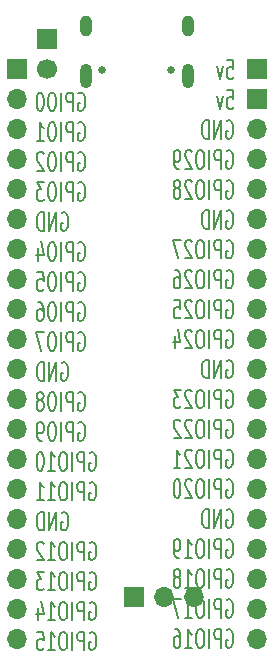
<source format=gbr>
%TF.GenerationSoftware,KiCad,Pcbnew,8.0.3*%
%TF.CreationDate,2024-07-23T22:42:35-04:00*%
%TF.ProjectId,RP2040 Custom,52503230-3430-4204-9375-73746f6d2e6b,rev?*%
%TF.SameCoordinates,Original*%
%TF.FileFunction,Soldermask,Bot*%
%TF.FilePolarity,Negative*%
%FSLAX46Y46*%
G04 Gerber Fmt 4.6, Leading zero omitted, Abs format (unit mm)*
G04 Created by KiCad (PCBNEW 8.0.3) date 2024-07-23 22:42:35*
%MOMM*%
%LPD*%
G01*
G04 APERTURE LIST*
%ADD10C,0.150000*%
%ADD11R,1.700000X1.700000*%
%ADD12C,1.700000*%
%ADD13O,1.700000X1.700000*%
%ADD14C,0.650000*%
%ADD15O,1.000000X2.100000*%
%ADD16O,1.000000X1.800000*%
G04 APERTURE END LIST*
D10*
X147370630Y-47506672D02*
X147846820Y-47506672D01*
X147846820Y-47506672D02*
X147894439Y-48256672D01*
X147894439Y-48256672D02*
X147846820Y-48181672D01*
X147846820Y-48181672D02*
X147751582Y-48106672D01*
X147751582Y-48106672D02*
X147513487Y-48106672D01*
X147513487Y-48106672D02*
X147418249Y-48181672D01*
X147418249Y-48181672D02*
X147370630Y-48256672D01*
X147370630Y-48256672D02*
X147323011Y-48406672D01*
X147323011Y-48406672D02*
X147323011Y-48781672D01*
X147323011Y-48781672D02*
X147370630Y-48931672D01*
X147370630Y-48931672D02*
X147418249Y-49006672D01*
X147418249Y-49006672D02*
X147513487Y-49081672D01*
X147513487Y-49081672D02*
X147751582Y-49081672D01*
X147751582Y-49081672D02*
X147846820Y-49006672D01*
X147846820Y-49006672D02*
X147894439Y-48931672D01*
X146989677Y-48031672D02*
X146751582Y-49081672D01*
X146751582Y-49081672D02*
X146513487Y-48031672D01*
X147370630Y-50042334D02*
X147846820Y-50042334D01*
X147846820Y-50042334D02*
X147894439Y-50792334D01*
X147894439Y-50792334D02*
X147846820Y-50717334D01*
X147846820Y-50717334D02*
X147751582Y-50642334D01*
X147751582Y-50642334D02*
X147513487Y-50642334D01*
X147513487Y-50642334D02*
X147418249Y-50717334D01*
X147418249Y-50717334D02*
X147370630Y-50792334D01*
X147370630Y-50792334D02*
X147323011Y-50942334D01*
X147323011Y-50942334D02*
X147323011Y-51317334D01*
X147323011Y-51317334D02*
X147370630Y-51467334D01*
X147370630Y-51467334D02*
X147418249Y-51542334D01*
X147418249Y-51542334D02*
X147513487Y-51617334D01*
X147513487Y-51617334D02*
X147751582Y-51617334D01*
X147751582Y-51617334D02*
X147846820Y-51542334D01*
X147846820Y-51542334D02*
X147894439Y-51467334D01*
X146989677Y-50567334D02*
X146751582Y-51617334D01*
X146751582Y-51617334D02*
X146513487Y-50567334D01*
X147323011Y-52652996D02*
X147418249Y-52577996D01*
X147418249Y-52577996D02*
X147561106Y-52577996D01*
X147561106Y-52577996D02*
X147703963Y-52652996D01*
X147703963Y-52652996D02*
X147799201Y-52802996D01*
X147799201Y-52802996D02*
X147846820Y-52952996D01*
X147846820Y-52952996D02*
X147894439Y-53252996D01*
X147894439Y-53252996D02*
X147894439Y-53477996D01*
X147894439Y-53477996D02*
X147846820Y-53777996D01*
X147846820Y-53777996D02*
X147799201Y-53927996D01*
X147799201Y-53927996D02*
X147703963Y-54077996D01*
X147703963Y-54077996D02*
X147561106Y-54152996D01*
X147561106Y-54152996D02*
X147465868Y-54152996D01*
X147465868Y-54152996D02*
X147323011Y-54077996D01*
X147323011Y-54077996D02*
X147275392Y-54002996D01*
X147275392Y-54002996D02*
X147275392Y-53477996D01*
X147275392Y-53477996D02*
X147465868Y-53477996D01*
X146846820Y-54152996D02*
X146846820Y-52577996D01*
X146846820Y-52577996D02*
X146275392Y-54152996D01*
X146275392Y-54152996D02*
X146275392Y-52577996D01*
X145799201Y-54152996D02*
X145799201Y-52577996D01*
X145799201Y-52577996D02*
X145561106Y-52577996D01*
X145561106Y-52577996D02*
X145418249Y-52652996D01*
X145418249Y-52652996D02*
X145323011Y-52802996D01*
X145323011Y-52802996D02*
X145275392Y-52952996D01*
X145275392Y-52952996D02*
X145227773Y-53252996D01*
X145227773Y-53252996D02*
X145227773Y-53477996D01*
X145227773Y-53477996D02*
X145275392Y-53777996D01*
X145275392Y-53777996D02*
X145323011Y-53927996D01*
X145323011Y-53927996D02*
X145418249Y-54077996D01*
X145418249Y-54077996D02*
X145561106Y-54152996D01*
X145561106Y-54152996D02*
X145799201Y-54152996D01*
X147323011Y-55188658D02*
X147418249Y-55113658D01*
X147418249Y-55113658D02*
X147561106Y-55113658D01*
X147561106Y-55113658D02*
X147703963Y-55188658D01*
X147703963Y-55188658D02*
X147799201Y-55338658D01*
X147799201Y-55338658D02*
X147846820Y-55488658D01*
X147846820Y-55488658D02*
X147894439Y-55788658D01*
X147894439Y-55788658D02*
X147894439Y-56013658D01*
X147894439Y-56013658D02*
X147846820Y-56313658D01*
X147846820Y-56313658D02*
X147799201Y-56463658D01*
X147799201Y-56463658D02*
X147703963Y-56613658D01*
X147703963Y-56613658D02*
X147561106Y-56688658D01*
X147561106Y-56688658D02*
X147465868Y-56688658D01*
X147465868Y-56688658D02*
X147323011Y-56613658D01*
X147323011Y-56613658D02*
X147275392Y-56538658D01*
X147275392Y-56538658D02*
X147275392Y-56013658D01*
X147275392Y-56013658D02*
X147465868Y-56013658D01*
X146846820Y-56688658D02*
X146846820Y-55113658D01*
X146846820Y-55113658D02*
X146465868Y-55113658D01*
X146465868Y-55113658D02*
X146370630Y-55188658D01*
X146370630Y-55188658D02*
X146323011Y-55263658D01*
X146323011Y-55263658D02*
X146275392Y-55413658D01*
X146275392Y-55413658D02*
X146275392Y-55638658D01*
X146275392Y-55638658D02*
X146323011Y-55788658D01*
X146323011Y-55788658D02*
X146370630Y-55863658D01*
X146370630Y-55863658D02*
X146465868Y-55938658D01*
X146465868Y-55938658D02*
X146846820Y-55938658D01*
X145846820Y-56688658D02*
X145846820Y-55113658D01*
X145180154Y-55113658D02*
X144989678Y-55113658D01*
X144989678Y-55113658D02*
X144894440Y-55188658D01*
X144894440Y-55188658D02*
X144799202Y-55338658D01*
X144799202Y-55338658D02*
X144751583Y-55638658D01*
X144751583Y-55638658D02*
X144751583Y-56163658D01*
X144751583Y-56163658D02*
X144799202Y-56463658D01*
X144799202Y-56463658D02*
X144894440Y-56613658D01*
X144894440Y-56613658D02*
X144989678Y-56688658D01*
X144989678Y-56688658D02*
X145180154Y-56688658D01*
X145180154Y-56688658D02*
X145275392Y-56613658D01*
X145275392Y-56613658D02*
X145370630Y-56463658D01*
X145370630Y-56463658D02*
X145418249Y-56163658D01*
X145418249Y-56163658D02*
X145418249Y-55638658D01*
X145418249Y-55638658D02*
X145370630Y-55338658D01*
X145370630Y-55338658D02*
X145275392Y-55188658D01*
X145275392Y-55188658D02*
X145180154Y-55113658D01*
X144370630Y-55263658D02*
X144323011Y-55188658D01*
X144323011Y-55188658D02*
X144227773Y-55113658D01*
X144227773Y-55113658D02*
X143989678Y-55113658D01*
X143989678Y-55113658D02*
X143894440Y-55188658D01*
X143894440Y-55188658D02*
X143846821Y-55263658D01*
X143846821Y-55263658D02*
X143799202Y-55413658D01*
X143799202Y-55413658D02*
X143799202Y-55563658D01*
X143799202Y-55563658D02*
X143846821Y-55788658D01*
X143846821Y-55788658D02*
X144418249Y-56688658D01*
X144418249Y-56688658D02*
X143799202Y-56688658D01*
X143323011Y-56688658D02*
X143132535Y-56688658D01*
X143132535Y-56688658D02*
X143037297Y-56613658D01*
X143037297Y-56613658D02*
X142989678Y-56538658D01*
X142989678Y-56538658D02*
X142894440Y-56313658D01*
X142894440Y-56313658D02*
X142846821Y-56013658D01*
X142846821Y-56013658D02*
X142846821Y-55413658D01*
X142846821Y-55413658D02*
X142894440Y-55263658D01*
X142894440Y-55263658D02*
X142942059Y-55188658D01*
X142942059Y-55188658D02*
X143037297Y-55113658D01*
X143037297Y-55113658D02*
X143227773Y-55113658D01*
X143227773Y-55113658D02*
X143323011Y-55188658D01*
X143323011Y-55188658D02*
X143370630Y-55263658D01*
X143370630Y-55263658D02*
X143418249Y-55413658D01*
X143418249Y-55413658D02*
X143418249Y-55788658D01*
X143418249Y-55788658D02*
X143370630Y-55938658D01*
X143370630Y-55938658D02*
X143323011Y-56013658D01*
X143323011Y-56013658D02*
X143227773Y-56088658D01*
X143227773Y-56088658D02*
X143037297Y-56088658D01*
X143037297Y-56088658D02*
X142942059Y-56013658D01*
X142942059Y-56013658D02*
X142894440Y-55938658D01*
X142894440Y-55938658D02*
X142846821Y-55788658D01*
X147323011Y-57724320D02*
X147418249Y-57649320D01*
X147418249Y-57649320D02*
X147561106Y-57649320D01*
X147561106Y-57649320D02*
X147703963Y-57724320D01*
X147703963Y-57724320D02*
X147799201Y-57874320D01*
X147799201Y-57874320D02*
X147846820Y-58024320D01*
X147846820Y-58024320D02*
X147894439Y-58324320D01*
X147894439Y-58324320D02*
X147894439Y-58549320D01*
X147894439Y-58549320D02*
X147846820Y-58849320D01*
X147846820Y-58849320D02*
X147799201Y-58999320D01*
X147799201Y-58999320D02*
X147703963Y-59149320D01*
X147703963Y-59149320D02*
X147561106Y-59224320D01*
X147561106Y-59224320D02*
X147465868Y-59224320D01*
X147465868Y-59224320D02*
X147323011Y-59149320D01*
X147323011Y-59149320D02*
X147275392Y-59074320D01*
X147275392Y-59074320D02*
X147275392Y-58549320D01*
X147275392Y-58549320D02*
X147465868Y-58549320D01*
X146846820Y-59224320D02*
X146846820Y-57649320D01*
X146846820Y-57649320D02*
X146465868Y-57649320D01*
X146465868Y-57649320D02*
X146370630Y-57724320D01*
X146370630Y-57724320D02*
X146323011Y-57799320D01*
X146323011Y-57799320D02*
X146275392Y-57949320D01*
X146275392Y-57949320D02*
X146275392Y-58174320D01*
X146275392Y-58174320D02*
X146323011Y-58324320D01*
X146323011Y-58324320D02*
X146370630Y-58399320D01*
X146370630Y-58399320D02*
X146465868Y-58474320D01*
X146465868Y-58474320D02*
X146846820Y-58474320D01*
X145846820Y-59224320D02*
X145846820Y-57649320D01*
X145180154Y-57649320D02*
X144989678Y-57649320D01*
X144989678Y-57649320D02*
X144894440Y-57724320D01*
X144894440Y-57724320D02*
X144799202Y-57874320D01*
X144799202Y-57874320D02*
X144751583Y-58174320D01*
X144751583Y-58174320D02*
X144751583Y-58699320D01*
X144751583Y-58699320D02*
X144799202Y-58999320D01*
X144799202Y-58999320D02*
X144894440Y-59149320D01*
X144894440Y-59149320D02*
X144989678Y-59224320D01*
X144989678Y-59224320D02*
X145180154Y-59224320D01*
X145180154Y-59224320D02*
X145275392Y-59149320D01*
X145275392Y-59149320D02*
X145370630Y-58999320D01*
X145370630Y-58999320D02*
X145418249Y-58699320D01*
X145418249Y-58699320D02*
X145418249Y-58174320D01*
X145418249Y-58174320D02*
X145370630Y-57874320D01*
X145370630Y-57874320D02*
X145275392Y-57724320D01*
X145275392Y-57724320D02*
X145180154Y-57649320D01*
X144370630Y-57799320D02*
X144323011Y-57724320D01*
X144323011Y-57724320D02*
X144227773Y-57649320D01*
X144227773Y-57649320D02*
X143989678Y-57649320D01*
X143989678Y-57649320D02*
X143894440Y-57724320D01*
X143894440Y-57724320D02*
X143846821Y-57799320D01*
X143846821Y-57799320D02*
X143799202Y-57949320D01*
X143799202Y-57949320D02*
X143799202Y-58099320D01*
X143799202Y-58099320D02*
X143846821Y-58324320D01*
X143846821Y-58324320D02*
X144418249Y-59224320D01*
X144418249Y-59224320D02*
X143799202Y-59224320D01*
X143227773Y-58324320D02*
X143323011Y-58249320D01*
X143323011Y-58249320D02*
X143370630Y-58174320D01*
X143370630Y-58174320D02*
X143418249Y-58024320D01*
X143418249Y-58024320D02*
X143418249Y-57949320D01*
X143418249Y-57949320D02*
X143370630Y-57799320D01*
X143370630Y-57799320D02*
X143323011Y-57724320D01*
X143323011Y-57724320D02*
X143227773Y-57649320D01*
X143227773Y-57649320D02*
X143037297Y-57649320D01*
X143037297Y-57649320D02*
X142942059Y-57724320D01*
X142942059Y-57724320D02*
X142894440Y-57799320D01*
X142894440Y-57799320D02*
X142846821Y-57949320D01*
X142846821Y-57949320D02*
X142846821Y-58024320D01*
X142846821Y-58024320D02*
X142894440Y-58174320D01*
X142894440Y-58174320D02*
X142942059Y-58249320D01*
X142942059Y-58249320D02*
X143037297Y-58324320D01*
X143037297Y-58324320D02*
X143227773Y-58324320D01*
X143227773Y-58324320D02*
X143323011Y-58399320D01*
X143323011Y-58399320D02*
X143370630Y-58474320D01*
X143370630Y-58474320D02*
X143418249Y-58624320D01*
X143418249Y-58624320D02*
X143418249Y-58924320D01*
X143418249Y-58924320D02*
X143370630Y-59074320D01*
X143370630Y-59074320D02*
X143323011Y-59149320D01*
X143323011Y-59149320D02*
X143227773Y-59224320D01*
X143227773Y-59224320D02*
X143037297Y-59224320D01*
X143037297Y-59224320D02*
X142942059Y-59149320D01*
X142942059Y-59149320D02*
X142894440Y-59074320D01*
X142894440Y-59074320D02*
X142846821Y-58924320D01*
X142846821Y-58924320D02*
X142846821Y-58624320D01*
X142846821Y-58624320D02*
X142894440Y-58474320D01*
X142894440Y-58474320D02*
X142942059Y-58399320D01*
X142942059Y-58399320D02*
X143037297Y-58324320D01*
X147323011Y-60259982D02*
X147418249Y-60184982D01*
X147418249Y-60184982D02*
X147561106Y-60184982D01*
X147561106Y-60184982D02*
X147703963Y-60259982D01*
X147703963Y-60259982D02*
X147799201Y-60409982D01*
X147799201Y-60409982D02*
X147846820Y-60559982D01*
X147846820Y-60559982D02*
X147894439Y-60859982D01*
X147894439Y-60859982D02*
X147894439Y-61084982D01*
X147894439Y-61084982D02*
X147846820Y-61384982D01*
X147846820Y-61384982D02*
X147799201Y-61534982D01*
X147799201Y-61534982D02*
X147703963Y-61684982D01*
X147703963Y-61684982D02*
X147561106Y-61759982D01*
X147561106Y-61759982D02*
X147465868Y-61759982D01*
X147465868Y-61759982D02*
X147323011Y-61684982D01*
X147323011Y-61684982D02*
X147275392Y-61609982D01*
X147275392Y-61609982D02*
X147275392Y-61084982D01*
X147275392Y-61084982D02*
X147465868Y-61084982D01*
X146846820Y-61759982D02*
X146846820Y-60184982D01*
X146846820Y-60184982D02*
X146275392Y-61759982D01*
X146275392Y-61759982D02*
X146275392Y-60184982D01*
X145799201Y-61759982D02*
X145799201Y-60184982D01*
X145799201Y-60184982D02*
X145561106Y-60184982D01*
X145561106Y-60184982D02*
X145418249Y-60259982D01*
X145418249Y-60259982D02*
X145323011Y-60409982D01*
X145323011Y-60409982D02*
X145275392Y-60559982D01*
X145275392Y-60559982D02*
X145227773Y-60859982D01*
X145227773Y-60859982D02*
X145227773Y-61084982D01*
X145227773Y-61084982D02*
X145275392Y-61384982D01*
X145275392Y-61384982D02*
X145323011Y-61534982D01*
X145323011Y-61534982D02*
X145418249Y-61684982D01*
X145418249Y-61684982D02*
X145561106Y-61759982D01*
X145561106Y-61759982D02*
X145799201Y-61759982D01*
X147323011Y-62795644D02*
X147418249Y-62720644D01*
X147418249Y-62720644D02*
X147561106Y-62720644D01*
X147561106Y-62720644D02*
X147703963Y-62795644D01*
X147703963Y-62795644D02*
X147799201Y-62945644D01*
X147799201Y-62945644D02*
X147846820Y-63095644D01*
X147846820Y-63095644D02*
X147894439Y-63395644D01*
X147894439Y-63395644D02*
X147894439Y-63620644D01*
X147894439Y-63620644D02*
X147846820Y-63920644D01*
X147846820Y-63920644D02*
X147799201Y-64070644D01*
X147799201Y-64070644D02*
X147703963Y-64220644D01*
X147703963Y-64220644D02*
X147561106Y-64295644D01*
X147561106Y-64295644D02*
X147465868Y-64295644D01*
X147465868Y-64295644D02*
X147323011Y-64220644D01*
X147323011Y-64220644D02*
X147275392Y-64145644D01*
X147275392Y-64145644D02*
X147275392Y-63620644D01*
X147275392Y-63620644D02*
X147465868Y-63620644D01*
X146846820Y-64295644D02*
X146846820Y-62720644D01*
X146846820Y-62720644D02*
X146465868Y-62720644D01*
X146465868Y-62720644D02*
X146370630Y-62795644D01*
X146370630Y-62795644D02*
X146323011Y-62870644D01*
X146323011Y-62870644D02*
X146275392Y-63020644D01*
X146275392Y-63020644D02*
X146275392Y-63245644D01*
X146275392Y-63245644D02*
X146323011Y-63395644D01*
X146323011Y-63395644D02*
X146370630Y-63470644D01*
X146370630Y-63470644D02*
X146465868Y-63545644D01*
X146465868Y-63545644D02*
X146846820Y-63545644D01*
X145846820Y-64295644D02*
X145846820Y-62720644D01*
X145180154Y-62720644D02*
X144989678Y-62720644D01*
X144989678Y-62720644D02*
X144894440Y-62795644D01*
X144894440Y-62795644D02*
X144799202Y-62945644D01*
X144799202Y-62945644D02*
X144751583Y-63245644D01*
X144751583Y-63245644D02*
X144751583Y-63770644D01*
X144751583Y-63770644D02*
X144799202Y-64070644D01*
X144799202Y-64070644D02*
X144894440Y-64220644D01*
X144894440Y-64220644D02*
X144989678Y-64295644D01*
X144989678Y-64295644D02*
X145180154Y-64295644D01*
X145180154Y-64295644D02*
X145275392Y-64220644D01*
X145275392Y-64220644D02*
X145370630Y-64070644D01*
X145370630Y-64070644D02*
X145418249Y-63770644D01*
X145418249Y-63770644D02*
X145418249Y-63245644D01*
X145418249Y-63245644D02*
X145370630Y-62945644D01*
X145370630Y-62945644D02*
X145275392Y-62795644D01*
X145275392Y-62795644D02*
X145180154Y-62720644D01*
X144370630Y-62870644D02*
X144323011Y-62795644D01*
X144323011Y-62795644D02*
X144227773Y-62720644D01*
X144227773Y-62720644D02*
X143989678Y-62720644D01*
X143989678Y-62720644D02*
X143894440Y-62795644D01*
X143894440Y-62795644D02*
X143846821Y-62870644D01*
X143846821Y-62870644D02*
X143799202Y-63020644D01*
X143799202Y-63020644D02*
X143799202Y-63170644D01*
X143799202Y-63170644D02*
X143846821Y-63395644D01*
X143846821Y-63395644D02*
X144418249Y-64295644D01*
X144418249Y-64295644D02*
X143799202Y-64295644D01*
X143465868Y-62720644D02*
X142799202Y-62720644D01*
X142799202Y-62720644D02*
X143227773Y-64295644D01*
X147323011Y-65331306D02*
X147418249Y-65256306D01*
X147418249Y-65256306D02*
X147561106Y-65256306D01*
X147561106Y-65256306D02*
X147703963Y-65331306D01*
X147703963Y-65331306D02*
X147799201Y-65481306D01*
X147799201Y-65481306D02*
X147846820Y-65631306D01*
X147846820Y-65631306D02*
X147894439Y-65931306D01*
X147894439Y-65931306D02*
X147894439Y-66156306D01*
X147894439Y-66156306D02*
X147846820Y-66456306D01*
X147846820Y-66456306D02*
X147799201Y-66606306D01*
X147799201Y-66606306D02*
X147703963Y-66756306D01*
X147703963Y-66756306D02*
X147561106Y-66831306D01*
X147561106Y-66831306D02*
X147465868Y-66831306D01*
X147465868Y-66831306D02*
X147323011Y-66756306D01*
X147323011Y-66756306D02*
X147275392Y-66681306D01*
X147275392Y-66681306D02*
X147275392Y-66156306D01*
X147275392Y-66156306D02*
X147465868Y-66156306D01*
X146846820Y-66831306D02*
X146846820Y-65256306D01*
X146846820Y-65256306D02*
X146465868Y-65256306D01*
X146465868Y-65256306D02*
X146370630Y-65331306D01*
X146370630Y-65331306D02*
X146323011Y-65406306D01*
X146323011Y-65406306D02*
X146275392Y-65556306D01*
X146275392Y-65556306D02*
X146275392Y-65781306D01*
X146275392Y-65781306D02*
X146323011Y-65931306D01*
X146323011Y-65931306D02*
X146370630Y-66006306D01*
X146370630Y-66006306D02*
X146465868Y-66081306D01*
X146465868Y-66081306D02*
X146846820Y-66081306D01*
X145846820Y-66831306D02*
X145846820Y-65256306D01*
X145180154Y-65256306D02*
X144989678Y-65256306D01*
X144989678Y-65256306D02*
X144894440Y-65331306D01*
X144894440Y-65331306D02*
X144799202Y-65481306D01*
X144799202Y-65481306D02*
X144751583Y-65781306D01*
X144751583Y-65781306D02*
X144751583Y-66306306D01*
X144751583Y-66306306D02*
X144799202Y-66606306D01*
X144799202Y-66606306D02*
X144894440Y-66756306D01*
X144894440Y-66756306D02*
X144989678Y-66831306D01*
X144989678Y-66831306D02*
X145180154Y-66831306D01*
X145180154Y-66831306D02*
X145275392Y-66756306D01*
X145275392Y-66756306D02*
X145370630Y-66606306D01*
X145370630Y-66606306D02*
X145418249Y-66306306D01*
X145418249Y-66306306D02*
X145418249Y-65781306D01*
X145418249Y-65781306D02*
X145370630Y-65481306D01*
X145370630Y-65481306D02*
X145275392Y-65331306D01*
X145275392Y-65331306D02*
X145180154Y-65256306D01*
X144370630Y-65406306D02*
X144323011Y-65331306D01*
X144323011Y-65331306D02*
X144227773Y-65256306D01*
X144227773Y-65256306D02*
X143989678Y-65256306D01*
X143989678Y-65256306D02*
X143894440Y-65331306D01*
X143894440Y-65331306D02*
X143846821Y-65406306D01*
X143846821Y-65406306D02*
X143799202Y-65556306D01*
X143799202Y-65556306D02*
X143799202Y-65706306D01*
X143799202Y-65706306D02*
X143846821Y-65931306D01*
X143846821Y-65931306D02*
X144418249Y-66831306D01*
X144418249Y-66831306D02*
X143799202Y-66831306D01*
X142942059Y-65256306D02*
X143132535Y-65256306D01*
X143132535Y-65256306D02*
X143227773Y-65331306D01*
X143227773Y-65331306D02*
X143275392Y-65406306D01*
X143275392Y-65406306D02*
X143370630Y-65631306D01*
X143370630Y-65631306D02*
X143418249Y-65931306D01*
X143418249Y-65931306D02*
X143418249Y-66531306D01*
X143418249Y-66531306D02*
X143370630Y-66681306D01*
X143370630Y-66681306D02*
X143323011Y-66756306D01*
X143323011Y-66756306D02*
X143227773Y-66831306D01*
X143227773Y-66831306D02*
X143037297Y-66831306D01*
X143037297Y-66831306D02*
X142942059Y-66756306D01*
X142942059Y-66756306D02*
X142894440Y-66681306D01*
X142894440Y-66681306D02*
X142846821Y-66531306D01*
X142846821Y-66531306D02*
X142846821Y-66156306D01*
X142846821Y-66156306D02*
X142894440Y-66006306D01*
X142894440Y-66006306D02*
X142942059Y-65931306D01*
X142942059Y-65931306D02*
X143037297Y-65856306D01*
X143037297Y-65856306D02*
X143227773Y-65856306D01*
X143227773Y-65856306D02*
X143323011Y-65931306D01*
X143323011Y-65931306D02*
X143370630Y-66006306D01*
X143370630Y-66006306D02*
X143418249Y-66156306D01*
X147323011Y-67866968D02*
X147418249Y-67791968D01*
X147418249Y-67791968D02*
X147561106Y-67791968D01*
X147561106Y-67791968D02*
X147703963Y-67866968D01*
X147703963Y-67866968D02*
X147799201Y-68016968D01*
X147799201Y-68016968D02*
X147846820Y-68166968D01*
X147846820Y-68166968D02*
X147894439Y-68466968D01*
X147894439Y-68466968D02*
X147894439Y-68691968D01*
X147894439Y-68691968D02*
X147846820Y-68991968D01*
X147846820Y-68991968D02*
X147799201Y-69141968D01*
X147799201Y-69141968D02*
X147703963Y-69291968D01*
X147703963Y-69291968D02*
X147561106Y-69366968D01*
X147561106Y-69366968D02*
X147465868Y-69366968D01*
X147465868Y-69366968D02*
X147323011Y-69291968D01*
X147323011Y-69291968D02*
X147275392Y-69216968D01*
X147275392Y-69216968D02*
X147275392Y-68691968D01*
X147275392Y-68691968D02*
X147465868Y-68691968D01*
X146846820Y-69366968D02*
X146846820Y-67791968D01*
X146846820Y-67791968D02*
X146465868Y-67791968D01*
X146465868Y-67791968D02*
X146370630Y-67866968D01*
X146370630Y-67866968D02*
X146323011Y-67941968D01*
X146323011Y-67941968D02*
X146275392Y-68091968D01*
X146275392Y-68091968D02*
X146275392Y-68316968D01*
X146275392Y-68316968D02*
X146323011Y-68466968D01*
X146323011Y-68466968D02*
X146370630Y-68541968D01*
X146370630Y-68541968D02*
X146465868Y-68616968D01*
X146465868Y-68616968D02*
X146846820Y-68616968D01*
X145846820Y-69366968D02*
X145846820Y-67791968D01*
X145180154Y-67791968D02*
X144989678Y-67791968D01*
X144989678Y-67791968D02*
X144894440Y-67866968D01*
X144894440Y-67866968D02*
X144799202Y-68016968D01*
X144799202Y-68016968D02*
X144751583Y-68316968D01*
X144751583Y-68316968D02*
X144751583Y-68841968D01*
X144751583Y-68841968D02*
X144799202Y-69141968D01*
X144799202Y-69141968D02*
X144894440Y-69291968D01*
X144894440Y-69291968D02*
X144989678Y-69366968D01*
X144989678Y-69366968D02*
X145180154Y-69366968D01*
X145180154Y-69366968D02*
X145275392Y-69291968D01*
X145275392Y-69291968D02*
X145370630Y-69141968D01*
X145370630Y-69141968D02*
X145418249Y-68841968D01*
X145418249Y-68841968D02*
X145418249Y-68316968D01*
X145418249Y-68316968D02*
X145370630Y-68016968D01*
X145370630Y-68016968D02*
X145275392Y-67866968D01*
X145275392Y-67866968D02*
X145180154Y-67791968D01*
X144370630Y-67941968D02*
X144323011Y-67866968D01*
X144323011Y-67866968D02*
X144227773Y-67791968D01*
X144227773Y-67791968D02*
X143989678Y-67791968D01*
X143989678Y-67791968D02*
X143894440Y-67866968D01*
X143894440Y-67866968D02*
X143846821Y-67941968D01*
X143846821Y-67941968D02*
X143799202Y-68091968D01*
X143799202Y-68091968D02*
X143799202Y-68241968D01*
X143799202Y-68241968D02*
X143846821Y-68466968D01*
X143846821Y-68466968D02*
X144418249Y-69366968D01*
X144418249Y-69366968D02*
X143799202Y-69366968D01*
X142894440Y-67791968D02*
X143370630Y-67791968D01*
X143370630Y-67791968D02*
X143418249Y-68541968D01*
X143418249Y-68541968D02*
X143370630Y-68466968D01*
X143370630Y-68466968D02*
X143275392Y-68391968D01*
X143275392Y-68391968D02*
X143037297Y-68391968D01*
X143037297Y-68391968D02*
X142942059Y-68466968D01*
X142942059Y-68466968D02*
X142894440Y-68541968D01*
X142894440Y-68541968D02*
X142846821Y-68691968D01*
X142846821Y-68691968D02*
X142846821Y-69066968D01*
X142846821Y-69066968D02*
X142894440Y-69216968D01*
X142894440Y-69216968D02*
X142942059Y-69291968D01*
X142942059Y-69291968D02*
X143037297Y-69366968D01*
X143037297Y-69366968D02*
X143275392Y-69366968D01*
X143275392Y-69366968D02*
X143370630Y-69291968D01*
X143370630Y-69291968D02*
X143418249Y-69216968D01*
X147323011Y-70402630D02*
X147418249Y-70327630D01*
X147418249Y-70327630D02*
X147561106Y-70327630D01*
X147561106Y-70327630D02*
X147703963Y-70402630D01*
X147703963Y-70402630D02*
X147799201Y-70552630D01*
X147799201Y-70552630D02*
X147846820Y-70702630D01*
X147846820Y-70702630D02*
X147894439Y-71002630D01*
X147894439Y-71002630D02*
X147894439Y-71227630D01*
X147894439Y-71227630D02*
X147846820Y-71527630D01*
X147846820Y-71527630D02*
X147799201Y-71677630D01*
X147799201Y-71677630D02*
X147703963Y-71827630D01*
X147703963Y-71827630D02*
X147561106Y-71902630D01*
X147561106Y-71902630D02*
X147465868Y-71902630D01*
X147465868Y-71902630D02*
X147323011Y-71827630D01*
X147323011Y-71827630D02*
X147275392Y-71752630D01*
X147275392Y-71752630D02*
X147275392Y-71227630D01*
X147275392Y-71227630D02*
X147465868Y-71227630D01*
X146846820Y-71902630D02*
X146846820Y-70327630D01*
X146846820Y-70327630D02*
X146465868Y-70327630D01*
X146465868Y-70327630D02*
X146370630Y-70402630D01*
X146370630Y-70402630D02*
X146323011Y-70477630D01*
X146323011Y-70477630D02*
X146275392Y-70627630D01*
X146275392Y-70627630D02*
X146275392Y-70852630D01*
X146275392Y-70852630D02*
X146323011Y-71002630D01*
X146323011Y-71002630D02*
X146370630Y-71077630D01*
X146370630Y-71077630D02*
X146465868Y-71152630D01*
X146465868Y-71152630D02*
X146846820Y-71152630D01*
X145846820Y-71902630D02*
X145846820Y-70327630D01*
X145180154Y-70327630D02*
X144989678Y-70327630D01*
X144989678Y-70327630D02*
X144894440Y-70402630D01*
X144894440Y-70402630D02*
X144799202Y-70552630D01*
X144799202Y-70552630D02*
X144751583Y-70852630D01*
X144751583Y-70852630D02*
X144751583Y-71377630D01*
X144751583Y-71377630D02*
X144799202Y-71677630D01*
X144799202Y-71677630D02*
X144894440Y-71827630D01*
X144894440Y-71827630D02*
X144989678Y-71902630D01*
X144989678Y-71902630D02*
X145180154Y-71902630D01*
X145180154Y-71902630D02*
X145275392Y-71827630D01*
X145275392Y-71827630D02*
X145370630Y-71677630D01*
X145370630Y-71677630D02*
X145418249Y-71377630D01*
X145418249Y-71377630D02*
X145418249Y-70852630D01*
X145418249Y-70852630D02*
X145370630Y-70552630D01*
X145370630Y-70552630D02*
X145275392Y-70402630D01*
X145275392Y-70402630D02*
X145180154Y-70327630D01*
X144370630Y-70477630D02*
X144323011Y-70402630D01*
X144323011Y-70402630D02*
X144227773Y-70327630D01*
X144227773Y-70327630D02*
X143989678Y-70327630D01*
X143989678Y-70327630D02*
X143894440Y-70402630D01*
X143894440Y-70402630D02*
X143846821Y-70477630D01*
X143846821Y-70477630D02*
X143799202Y-70627630D01*
X143799202Y-70627630D02*
X143799202Y-70777630D01*
X143799202Y-70777630D02*
X143846821Y-71002630D01*
X143846821Y-71002630D02*
X144418249Y-71902630D01*
X144418249Y-71902630D02*
X143799202Y-71902630D01*
X142942059Y-70852630D02*
X142942059Y-71902630D01*
X143180154Y-70252630D02*
X143418249Y-71377630D01*
X143418249Y-71377630D02*
X142799202Y-71377630D01*
X147323011Y-72938292D02*
X147418249Y-72863292D01*
X147418249Y-72863292D02*
X147561106Y-72863292D01*
X147561106Y-72863292D02*
X147703963Y-72938292D01*
X147703963Y-72938292D02*
X147799201Y-73088292D01*
X147799201Y-73088292D02*
X147846820Y-73238292D01*
X147846820Y-73238292D02*
X147894439Y-73538292D01*
X147894439Y-73538292D02*
X147894439Y-73763292D01*
X147894439Y-73763292D02*
X147846820Y-74063292D01*
X147846820Y-74063292D02*
X147799201Y-74213292D01*
X147799201Y-74213292D02*
X147703963Y-74363292D01*
X147703963Y-74363292D02*
X147561106Y-74438292D01*
X147561106Y-74438292D02*
X147465868Y-74438292D01*
X147465868Y-74438292D02*
X147323011Y-74363292D01*
X147323011Y-74363292D02*
X147275392Y-74288292D01*
X147275392Y-74288292D02*
X147275392Y-73763292D01*
X147275392Y-73763292D02*
X147465868Y-73763292D01*
X146846820Y-74438292D02*
X146846820Y-72863292D01*
X146846820Y-72863292D02*
X146275392Y-74438292D01*
X146275392Y-74438292D02*
X146275392Y-72863292D01*
X145799201Y-74438292D02*
X145799201Y-72863292D01*
X145799201Y-72863292D02*
X145561106Y-72863292D01*
X145561106Y-72863292D02*
X145418249Y-72938292D01*
X145418249Y-72938292D02*
X145323011Y-73088292D01*
X145323011Y-73088292D02*
X145275392Y-73238292D01*
X145275392Y-73238292D02*
X145227773Y-73538292D01*
X145227773Y-73538292D02*
X145227773Y-73763292D01*
X145227773Y-73763292D02*
X145275392Y-74063292D01*
X145275392Y-74063292D02*
X145323011Y-74213292D01*
X145323011Y-74213292D02*
X145418249Y-74363292D01*
X145418249Y-74363292D02*
X145561106Y-74438292D01*
X145561106Y-74438292D02*
X145799201Y-74438292D01*
X147323011Y-75473954D02*
X147418249Y-75398954D01*
X147418249Y-75398954D02*
X147561106Y-75398954D01*
X147561106Y-75398954D02*
X147703963Y-75473954D01*
X147703963Y-75473954D02*
X147799201Y-75623954D01*
X147799201Y-75623954D02*
X147846820Y-75773954D01*
X147846820Y-75773954D02*
X147894439Y-76073954D01*
X147894439Y-76073954D02*
X147894439Y-76298954D01*
X147894439Y-76298954D02*
X147846820Y-76598954D01*
X147846820Y-76598954D02*
X147799201Y-76748954D01*
X147799201Y-76748954D02*
X147703963Y-76898954D01*
X147703963Y-76898954D02*
X147561106Y-76973954D01*
X147561106Y-76973954D02*
X147465868Y-76973954D01*
X147465868Y-76973954D02*
X147323011Y-76898954D01*
X147323011Y-76898954D02*
X147275392Y-76823954D01*
X147275392Y-76823954D02*
X147275392Y-76298954D01*
X147275392Y-76298954D02*
X147465868Y-76298954D01*
X146846820Y-76973954D02*
X146846820Y-75398954D01*
X146846820Y-75398954D02*
X146465868Y-75398954D01*
X146465868Y-75398954D02*
X146370630Y-75473954D01*
X146370630Y-75473954D02*
X146323011Y-75548954D01*
X146323011Y-75548954D02*
X146275392Y-75698954D01*
X146275392Y-75698954D02*
X146275392Y-75923954D01*
X146275392Y-75923954D02*
X146323011Y-76073954D01*
X146323011Y-76073954D02*
X146370630Y-76148954D01*
X146370630Y-76148954D02*
X146465868Y-76223954D01*
X146465868Y-76223954D02*
X146846820Y-76223954D01*
X145846820Y-76973954D02*
X145846820Y-75398954D01*
X145180154Y-75398954D02*
X144989678Y-75398954D01*
X144989678Y-75398954D02*
X144894440Y-75473954D01*
X144894440Y-75473954D02*
X144799202Y-75623954D01*
X144799202Y-75623954D02*
X144751583Y-75923954D01*
X144751583Y-75923954D02*
X144751583Y-76448954D01*
X144751583Y-76448954D02*
X144799202Y-76748954D01*
X144799202Y-76748954D02*
X144894440Y-76898954D01*
X144894440Y-76898954D02*
X144989678Y-76973954D01*
X144989678Y-76973954D02*
X145180154Y-76973954D01*
X145180154Y-76973954D02*
X145275392Y-76898954D01*
X145275392Y-76898954D02*
X145370630Y-76748954D01*
X145370630Y-76748954D02*
X145418249Y-76448954D01*
X145418249Y-76448954D02*
X145418249Y-75923954D01*
X145418249Y-75923954D02*
X145370630Y-75623954D01*
X145370630Y-75623954D02*
X145275392Y-75473954D01*
X145275392Y-75473954D02*
X145180154Y-75398954D01*
X144370630Y-75548954D02*
X144323011Y-75473954D01*
X144323011Y-75473954D02*
X144227773Y-75398954D01*
X144227773Y-75398954D02*
X143989678Y-75398954D01*
X143989678Y-75398954D02*
X143894440Y-75473954D01*
X143894440Y-75473954D02*
X143846821Y-75548954D01*
X143846821Y-75548954D02*
X143799202Y-75698954D01*
X143799202Y-75698954D02*
X143799202Y-75848954D01*
X143799202Y-75848954D02*
X143846821Y-76073954D01*
X143846821Y-76073954D02*
X144418249Y-76973954D01*
X144418249Y-76973954D02*
X143799202Y-76973954D01*
X143465868Y-75398954D02*
X142846821Y-75398954D01*
X142846821Y-75398954D02*
X143180154Y-75998954D01*
X143180154Y-75998954D02*
X143037297Y-75998954D01*
X143037297Y-75998954D02*
X142942059Y-76073954D01*
X142942059Y-76073954D02*
X142894440Y-76148954D01*
X142894440Y-76148954D02*
X142846821Y-76298954D01*
X142846821Y-76298954D02*
X142846821Y-76673954D01*
X142846821Y-76673954D02*
X142894440Y-76823954D01*
X142894440Y-76823954D02*
X142942059Y-76898954D01*
X142942059Y-76898954D02*
X143037297Y-76973954D01*
X143037297Y-76973954D02*
X143323011Y-76973954D01*
X143323011Y-76973954D02*
X143418249Y-76898954D01*
X143418249Y-76898954D02*
X143465868Y-76823954D01*
X147323011Y-78009616D02*
X147418249Y-77934616D01*
X147418249Y-77934616D02*
X147561106Y-77934616D01*
X147561106Y-77934616D02*
X147703963Y-78009616D01*
X147703963Y-78009616D02*
X147799201Y-78159616D01*
X147799201Y-78159616D02*
X147846820Y-78309616D01*
X147846820Y-78309616D02*
X147894439Y-78609616D01*
X147894439Y-78609616D02*
X147894439Y-78834616D01*
X147894439Y-78834616D02*
X147846820Y-79134616D01*
X147846820Y-79134616D02*
X147799201Y-79284616D01*
X147799201Y-79284616D02*
X147703963Y-79434616D01*
X147703963Y-79434616D02*
X147561106Y-79509616D01*
X147561106Y-79509616D02*
X147465868Y-79509616D01*
X147465868Y-79509616D02*
X147323011Y-79434616D01*
X147323011Y-79434616D02*
X147275392Y-79359616D01*
X147275392Y-79359616D02*
X147275392Y-78834616D01*
X147275392Y-78834616D02*
X147465868Y-78834616D01*
X146846820Y-79509616D02*
X146846820Y-77934616D01*
X146846820Y-77934616D02*
X146465868Y-77934616D01*
X146465868Y-77934616D02*
X146370630Y-78009616D01*
X146370630Y-78009616D02*
X146323011Y-78084616D01*
X146323011Y-78084616D02*
X146275392Y-78234616D01*
X146275392Y-78234616D02*
X146275392Y-78459616D01*
X146275392Y-78459616D02*
X146323011Y-78609616D01*
X146323011Y-78609616D02*
X146370630Y-78684616D01*
X146370630Y-78684616D02*
X146465868Y-78759616D01*
X146465868Y-78759616D02*
X146846820Y-78759616D01*
X145846820Y-79509616D02*
X145846820Y-77934616D01*
X145180154Y-77934616D02*
X144989678Y-77934616D01*
X144989678Y-77934616D02*
X144894440Y-78009616D01*
X144894440Y-78009616D02*
X144799202Y-78159616D01*
X144799202Y-78159616D02*
X144751583Y-78459616D01*
X144751583Y-78459616D02*
X144751583Y-78984616D01*
X144751583Y-78984616D02*
X144799202Y-79284616D01*
X144799202Y-79284616D02*
X144894440Y-79434616D01*
X144894440Y-79434616D02*
X144989678Y-79509616D01*
X144989678Y-79509616D02*
X145180154Y-79509616D01*
X145180154Y-79509616D02*
X145275392Y-79434616D01*
X145275392Y-79434616D02*
X145370630Y-79284616D01*
X145370630Y-79284616D02*
X145418249Y-78984616D01*
X145418249Y-78984616D02*
X145418249Y-78459616D01*
X145418249Y-78459616D02*
X145370630Y-78159616D01*
X145370630Y-78159616D02*
X145275392Y-78009616D01*
X145275392Y-78009616D02*
X145180154Y-77934616D01*
X144370630Y-78084616D02*
X144323011Y-78009616D01*
X144323011Y-78009616D02*
X144227773Y-77934616D01*
X144227773Y-77934616D02*
X143989678Y-77934616D01*
X143989678Y-77934616D02*
X143894440Y-78009616D01*
X143894440Y-78009616D02*
X143846821Y-78084616D01*
X143846821Y-78084616D02*
X143799202Y-78234616D01*
X143799202Y-78234616D02*
X143799202Y-78384616D01*
X143799202Y-78384616D02*
X143846821Y-78609616D01*
X143846821Y-78609616D02*
X144418249Y-79509616D01*
X144418249Y-79509616D02*
X143799202Y-79509616D01*
X143418249Y-78084616D02*
X143370630Y-78009616D01*
X143370630Y-78009616D02*
X143275392Y-77934616D01*
X143275392Y-77934616D02*
X143037297Y-77934616D01*
X143037297Y-77934616D02*
X142942059Y-78009616D01*
X142942059Y-78009616D02*
X142894440Y-78084616D01*
X142894440Y-78084616D02*
X142846821Y-78234616D01*
X142846821Y-78234616D02*
X142846821Y-78384616D01*
X142846821Y-78384616D02*
X142894440Y-78609616D01*
X142894440Y-78609616D02*
X143465868Y-79509616D01*
X143465868Y-79509616D02*
X142846821Y-79509616D01*
X147323011Y-80545278D02*
X147418249Y-80470278D01*
X147418249Y-80470278D02*
X147561106Y-80470278D01*
X147561106Y-80470278D02*
X147703963Y-80545278D01*
X147703963Y-80545278D02*
X147799201Y-80695278D01*
X147799201Y-80695278D02*
X147846820Y-80845278D01*
X147846820Y-80845278D02*
X147894439Y-81145278D01*
X147894439Y-81145278D02*
X147894439Y-81370278D01*
X147894439Y-81370278D02*
X147846820Y-81670278D01*
X147846820Y-81670278D02*
X147799201Y-81820278D01*
X147799201Y-81820278D02*
X147703963Y-81970278D01*
X147703963Y-81970278D02*
X147561106Y-82045278D01*
X147561106Y-82045278D02*
X147465868Y-82045278D01*
X147465868Y-82045278D02*
X147323011Y-81970278D01*
X147323011Y-81970278D02*
X147275392Y-81895278D01*
X147275392Y-81895278D02*
X147275392Y-81370278D01*
X147275392Y-81370278D02*
X147465868Y-81370278D01*
X146846820Y-82045278D02*
X146846820Y-80470278D01*
X146846820Y-80470278D02*
X146465868Y-80470278D01*
X146465868Y-80470278D02*
X146370630Y-80545278D01*
X146370630Y-80545278D02*
X146323011Y-80620278D01*
X146323011Y-80620278D02*
X146275392Y-80770278D01*
X146275392Y-80770278D02*
X146275392Y-80995278D01*
X146275392Y-80995278D02*
X146323011Y-81145278D01*
X146323011Y-81145278D02*
X146370630Y-81220278D01*
X146370630Y-81220278D02*
X146465868Y-81295278D01*
X146465868Y-81295278D02*
X146846820Y-81295278D01*
X145846820Y-82045278D02*
X145846820Y-80470278D01*
X145180154Y-80470278D02*
X144989678Y-80470278D01*
X144989678Y-80470278D02*
X144894440Y-80545278D01*
X144894440Y-80545278D02*
X144799202Y-80695278D01*
X144799202Y-80695278D02*
X144751583Y-80995278D01*
X144751583Y-80995278D02*
X144751583Y-81520278D01*
X144751583Y-81520278D02*
X144799202Y-81820278D01*
X144799202Y-81820278D02*
X144894440Y-81970278D01*
X144894440Y-81970278D02*
X144989678Y-82045278D01*
X144989678Y-82045278D02*
X145180154Y-82045278D01*
X145180154Y-82045278D02*
X145275392Y-81970278D01*
X145275392Y-81970278D02*
X145370630Y-81820278D01*
X145370630Y-81820278D02*
X145418249Y-81520278D01*
X145418249Y-81520278D02*
X145418249Y-80995278D01*
X145418249Y-80995278D02*
X145370630Y-80695278D01*
X145370630Y-80695278D02*
X145275392Y-80545278D01*
X145275392Y-80545278D02*
X145180154Y-80470278D01*
X144370630Y-80620278D02*
X144323011Y-80545278D01*
X144323011Y-80545278D02*
X144227773Y-80470278D01*
X144227773Y-80470278D02*
X143989678Y-80470278D01*
X143989678Y-80470278D02*
X143894440Y-80545278D01*
X143894440Y-80545278D02*
X143846821Y-80620278D01*
X143846821Y-80620278D02*
X143799202Y-80770278D01*
X143799202Y-80770278D02*
X143799202Y-80920278D01*
X143799202Y-80920278D02*
X143846821Y-81145278D01*
X143846821Y-81145278D02*
X144418249Y-82045278D01*
X144418249Y-82045278D02*
X143799202Y-82045278D01*
X142846821Y-82045278D02*
X143418249Y-82045278D01*
X143132535Y-82045278D02*
X143132535Y-80470278D01*
X143132535Y-80470278D02*
X143227773Y-80695278D01*
X143227773Y-80695278D02*
X143323011Y-80845278D01*
X143323011Y-80845278D02*
X143418249Y-80920278D01*
X147323011Y-83080940D02*
X147418249Y-83005940D01*
X147418249Y-83005940D02*
X147561106Y-83005940D01*
X147561106Y-83005940D02*
X147703963Y-83080940D01*
X147703963Y-83080940D02*
X147799201Y-83230940D01*
X147799201Y-83230940D02*
X147846820Y-83380940D01*
X147846820Y-83380940D02*
X147894439Y-83680940D01*
X147894439Y-83680940D02*
X147894439Y-83905940D01*
X147894439Y-83905940D02*
X147846820Y-84205940D01*
X147846820Y-84205940D02*
X147799201Y-84355940D01*
X147799201Y-84355940D02*
X147703963Y-84505940D01*
X147703963Y-84505940D02*
X147561106Y-84580940D01*
X147561106Y-84580940D02*
X147465868Y-84580940D01*
X147465868Y-84580940D02*
X147323011Y-84505940D01*
X147323011Y-84505940D02*
X147275392Y-84430940D01*
X147275392Y-84430940D02*
X147275392Y-83905940D01*
X147275392Y-83905940D02*
X147465868Y-83905940D01*
X146846820Y-84580940D02*
X146846820Y-83005940D01*
X146846820Y-83005940D02*
X146465868Y-83005940D01*
X146465868Y-83005940D02*
X146370630Y-83080940D01*
X146370630Y-83080940D02*
X146323011Y-83155940D01*
X146323011Y-83155940D02*
X146275392Y-83305940D01*
X146275392Y-83305940D02*
X146275392Y-83530940D01*
X146275392Y-83530940D02*
X146323011Y-83680940D01*
X146323011Y-83680940D02*
X146370630Y-83755940D01*
X146370630Y-83755940D02*
X146465868Y-83830940D01*
X146465868Y-83830940D02*
X146846820Y-83830940D01*
X145846820Y-84580940D02*
X145846820Y-83005940D01*
X145180154Y-83005940D02*
X144989678Y-83005940D01*
X144989678Y-83005940D02*
X144894440Y-83080940D01*
X144894440Y-83080940D02*
X144799202Y-83230940D01*
X144799202Y-83230940D02*
X144751583Y-83530940D01*
X144751583Y-83530940D02*
X144751583Y-84055940D01*
X144751583Y-84055940D02*
X144799202Y-84355940D01*
X144799202Y-84355940D02*
X144894440Y-84505940D01*
X144894440Y-84505940D02*
X144989678Y-84580940D01*
X144989678Y-84580940D02*
X145180154Y-84580940D01*
X145180154Y-84580940D02*
X145275392Y-84505940D01*
X145275392Y-84505940D02*
X145370630Y-84355940D01*
X145370630Y-84355940D02*
X145418249Y-84055940D01*
X145418249Y-84055940D02*
X145418249Y-83530940D01*
X145418249Y-83530940D02*
X145370630Y-83230940D01*
X145370630Y-83230940D02*
X145275392Y-83080940D01*
X145275392Y-83080940D02*
X145180154Y-83005940D01*
X144370630Y-83155940D02*
X144323011Y-83080940D01*
X144323011Y-83080940D02*
X144227773Y-83005940D01*
X144227773Y-83005940D02*
X143989678Y-83005940D01*
X143989678Y-83005940D02*
X143894440Y-83080940D01*
X143894440Y-83080940D02*
X143846821Y-83155940D01*
X143846821Y-83155940D02*
X143799202Y-83305940D01*
X143799202Y-83305940D02*
X143799202Y-83455940D01*
X143799202Y-83455940D02*
X143846821Y-83680940D01*
X143846821Y-83680940D02*
X144418249Y-84580940D01*
X144418249Y-84580940D02*
X143799202Y-84580940D01*
X143180154Y-83005940D02*
X143084916Y-83005940D01*
X143084916Y-83005940D02*
X142989678Y-83080940D01*
X142989678Y-83080940D02*
X142942059Y-83155940D01*
X142942059Y-83155940D02*
X142894440Y-83305940D01*
X142894440Y-83305940D02*
X142846821Y-83605940D01*
X142846821Y-83605940D02*
X142846821Y-83980940D01*
X142846821Y-83980940D02*
X142894440Y-84280940D01*
X142894440Y-84280940D02*
X142942059Y-84430940D01*
X142942059Y-84430940D02*
X142989678Y-84505940D01*
X142989678Y-84505940D02*
X143084916Y-84580940D01*
X143084916Y-84580940D02*
X143180154Y-84580940D01*
X143180154Y-84580940D02*
X143275392Y-84505940D01*
X143275392Y-84505940D02*
X143323011Y-84430940D01*
X143323011Y-84430940D02*
X143370630Y-84280940D01*
X143370630Y-84280940D02*
X143418249Y-83980940D01*
X143418249Y-83980940D02*
X143418249Y-83605940D01*
X143418249Y-83605940D02*
X143370630Y-83305940D01*
X143370630Y-83305940D02*
X143323011Y-83155940D01*
X143323011Y-83155940D02*
X143275392Y-83080940D01*
X143275392Y-83080940D02*
X143180154Y-83005940D01*
X147323011Y-85616602D02*
X147418249Y-85541602D01*
X147418249Y-85541602D02*
X147561106Y-85541602D01*
X147561106Y-85541602D02*
X147703963Y-85616602D01*
X147703963Y-85616602D02*
X147799201Y-85766602D01*
X147799201Y-85766602D02*
X147846820Y-85916602D01*
X147846820Y-85916602D02*
X147894439Y-86216602D01*
X147894439Y-86216602D02*
X147894439Y-86441602D01*
X147894439Y-86441602D02*
X147846820Y-86741602D01*
X147846820Y-86741602D02*
X147799201Y-86891602D01*
X147799201Y-86891602D02*
X147703963Y-87041602D01*
X147703963Y-87041602D02*
X147561106Y-87116602D01*
X147561106Y-87116602D02*
X147465868Y-87116602D01*
X147465868Y-87116602D02*
X147323011Y-87041602D01*
X147323011Y-87041602D02*
X147275392Y-86966602D01*
X147275392Y-86966602D02*
X147275392Y-86441602D01*
X147275392Y-86441602D02*
X147465868Y-86441602D01*
X146846820Y-87116602D02*
X146846820Y-85541602D01*
X146846820Y-85541602D02*
X146275392Y-87116602D01*
X146275392Y-87116602D02*
X146275392Y-85541602D01*
X145799201Y-87116602D02*
X145799201Y-85541602D01*
X145799201Y-85541602D02*
X145561106Y-85541602D01*
X145561106Y-85541602D02*
X145418249Y-85616602D01*
X145418249Y-85616602D02*
X145323011Y-85766602D01*
X145323011Y-85766602D02*
X145275392Y-85916602D01*
X145275392Y-85916602D02*
X145227773Y-86216602D01*
X145227773Y-86216602D02*
X145227773Y-86441602D01*
X145227773Y-86441602D02*
X145275392Y-86741602D01*
X145275392Y-86741602D02*
X145323011Y-86891602D01*
X145323011Y-86891602D02*
X145418249Y-87041602D01*
X145418249Y-87041602D02*
X145561106Y-87116602D01*
X145561106Y-87116602D02*
X145799201Y-87116602D01*
X147323011Y-88152264D02*
X147418249Y-88077264D01*
X147418249Y-88077264D02*
X147561106Y-88077264D01*
X147561106Y-88077264D02*
X147703963Y-88152264D01*
X147703963Y-88152264D02*
X147799201Y-88302264D01*
X147799201Y-88302264D02*
X147846820Y-88452264D01*
X147846820Y-88452264D02*
X147894439Y-88752264D01*
X147894439Y-88752264D02*
X147894439Y-88977264D01*
X147894439Y-88977264D02*
X147846820Y-89277264D01*
X147846820Y-89277264D02*
X147799201Y-89427264D01*
X147799201Y-89427264D02*
X147703963Y-89577264D01*
X147703963Y-89577264D02*
X147561106Y-89652264D01*
X147561106Y-89652264D02*
X147465868Y-89652264D01*
X147465868Y-89652264D02*
X147323011Y-89577264D01*
X147323011Y-89577264D02*
X147275392Y-89502264D01*
X147275392Y-89502264D02*
X147275392Y-88977264D01*
X147275392Y-88977264D02*
X147465868Y-88977264D01*
X146846820Y-89652264D02*
X146846820Y-88077264D01*
X146846820Y-88077264D02*
X146465868Y-88077264D01*
X146465868Y-88077264D02*
X146370630Y-88152264D01*
X146370630Y-88152264D02*
X146323011Y-88227264D01*
X146323011Y-88227264D02*
X146275392Y-88377264D01*
X146275392Y-88377264D02*
X146275392Y-88602264D01*
X146275392Y-88602264D02*
X146323011Y-88752264D01*
X146323011Y-88752264D02*
X146370630Y-88827264D01*
X146370630Y-88827264D02*
X146465868Y-88902264D01*
X146465868Y-88902264D02*
X146846820Y-88902264D01*
X145846820Y-89652264D02*
X145846820Y-88077264D01*
X145180154Y-88077264D02*
X144989678Y-88077264D01*
X144989678Y-88077264D02*
X144894440Y-88152264D01*
X144894440Y-88152264D02*
X144799202Y-88302264D01*
X144799202Y-88302264D02*
X144751583Y-88602264D01*
X144751583Y-88602264D02*
X144751583Y-89127264D01*
X144751583Y-89127264D02*
X144799202Y-89427264D01*
X144799202Y-89427264D02*
X144894440Y-89577264D01*
X144894440Y-89577264D02*
X144989678Y-89652264D01*
X144989678Y-89652264D02*
X145180154Y-89652264D01*
X145180154Y-89652264D02*
X145275392Y-89577264D01*
X145275392Y-89577264D02*
X145370630Y-89427264D01*
X145370630Y-89427264D02*
X145418249Y-89127264D01*
X145418249Y-89127264D02*
X145418249Y-88602264D01*
X145418249Y-88602264D02*
X145370630Y-88302264D01*
X145370630Y-88302264D02*
X145275392Y-88152264D01*
X145275392Y-88152264D02*
X145180154Y-88077264D01*
X143799202Y-89652264D02*
X144370630Y-89652264D01*
X144084916Y-89652264D02*
X144084916Y-88077264D01*
X144084916Y-88077264D02*
X144180154Y-88302264D01*
X144180154Y-88302264D02*
X144275392Y-88452264D01*
X144275392Y-88452264D02*
X144370630Y-88527264D01*
X143323011Y-89652264D02*
X143132535Y-89652264D01*
X143132535Y-89652264D02*
X143037297Y-89577264D01*
X143037297Y-89577264D02*
X142989678Y-89502264D01*
X142989678Y-89502264D02*
X142894440Y-89277264D01*
X142894440Y-89277264D02*
X142846821Y-88977264D01*
X142846821Y-88977264D02*
X142846821Y-88377264D01*
X142846821Y-88377264D02*
X142894440Y-88227264D01*
X142894440Y-88227264D02*
X142942059Y-88152264D01*
X142942059Y-88152264D02*
X143037297Y-88077264D01*
X143037297Y-88077264D02*
X143227773Y-88077264D01*
X143227773Y-88077264D02*
X143323011Y-88152264D01*
X143323011Y-88152264D02*
X143370630Y-88227264D01*
X143370630Y-88227264D02*
X143418249Y-88377264D01*
X143418249Y-88377264D02*
X143418249Y-88752264D01*
X143418249Y-88752264D02*
X143370630Y-88902264D01*
X143370630Y-88902264D02*
X143323011Y-88977264D01*
X143323011Y-88977264D02*
X143227773Y-89052264D01*
X143227773Y-89052264D02*
X143037297Y-89052264D01*
X143037297Y-89052264D02*
X142942059Y-88977264D01*
X142942059Y-88977264D02*
X142894440Y-88902264D01*
X142894440Y-88902264D02*
X142846821Y-88752264D01*
X147323011Y-90687926D02*
X147418249Y-90612926D01*
X147418249Y-90612926D02*
X147561106Y-90612926D01*
X147561106Y-90612926D02*
X147703963Y-90687926D01*
X147703963Y-90687926D02*
X147799201Y-90837926D01*
X147799201Y-90837926D02*
X147846820Y-90987926D01*
X147846820Y-90987926D02*
X147894439Y-91287926D01*
X147894439Y-91287926D02*
X147894439Y-91512926D01*
X147894439Y-91512926D02*
X147846820Y-91812926D01*
X147846820Y-91812926D02*
X147799201Y-91962926D01*
X147799201Y-91962926D02*
X147703963Y-92112926D01*
X147703963Y-92112926D02*
X147561106Y-92187926D01*
X147561106Y-92187926D02*
X147465868Y-92187926D01*
X147465868Y-92187926D02*
X147323011Y-92112926D01*
X147323011Y-92112926D02*
X147275392Y-92037926D01*
X147275392Y-92037926D02*
X147275392Y-91512926D01*
X147275392Y-91512926D02*
X147465868Y-91512926D01*
X146846820Y-92187926D02*
X146846820Y-90612926D01*
X146846820Y-90612926D02*
X146465868Y-90612926D01*
X146465868Y-90612926D02*
X146370630Y-90687926D01*
X146370630Y-90687926D02*
X146323011Y-90762926D01*
X146323011Y-90762926D02*
X146275392Y-90912926D01*
X146275392Y-90912926D02*
X146275392Y-91137926D01*
X146275392Y-91137926D02*
X146323011Y-91287926D01*
X146323011Y-91287926D02*
X146370630Y-91362926D01*
X146370630Y-91362926D02*
X146465868Y-91437926D01*
X146465868Y-91437926D02*
X146846820Y-91437926D01*
X145846820Y-92187926D02*
X145846820Y-90612926D01*
X145180154Y-90612926D02*
X144989678Y-90612926D01*
X144989678Y-90612926D02*
X144894440Y-90687926D01*
X144894440Y-90687926D02*
X144799202Y-90837926D01*
X144799202Y-90837926D02*
X144751583Y-91137926D01*
X144751583Y-91137926D02*
X144751583Y-91662926D01*
X144751583Y-91662926D02*
X144799202Y-91962926D01*
X144799202Y-91962926D02*
X144894440Y-92112926D01*
X144894440Y-92112926D02*
X144989678Y-92187926D01*
X144989678Y-92187926D02*
X145180154Y-92187926D01*
X145180154Y-92187926D02*
X145275392Y-92112926D01*
X145275392Y-92112926D02*
X145370630Y-91962926D01*
X145370630Y-91962926D02*
X145418249Y-91662926D01*
X145418249Y-91662926D02*
X145418249Y-91137926D01*
X145418249Y-91137926D02*
X145370630Y-90837926D01*
X145370630Y-90837926D02*
X145275392Y-90687926D01*
X145275392Y-90687926D02*
X145180154Y-90612926D01*
X143799202Y-92187926D02*
X144370630Y-92187926D01*
X144084916Y-92187926D02*
X144084916Y-90612926D01*
X144084916Y-90612926D02*
X144180154Y-90837926D01*
X144180154Y-90837926D02*
X144275392Y-90987926D01*
X144275392Y-90987926D02*
X144370630Y-91062926D01*
X143227773Y-91287926D02*
X143323011Y-91212926D01*
X143323011Y-91212926D02*
X143370630Y-91137926D01*
X143370630Y-91137926D02*
X143418249Y-90987926D01*
X143418249Y-90987926D02*
X143418249Y-90912926D01*
X143418249Y-90912926D02*
X143370630Y-90762926D01*
X143370630Y-90762926D02*
X143323011Y-90687926D01*
X143323011Y-90687926D02*
X143227773Y-90612926D01*
X143227773Y-90612926D02*
X143037297Y-90612926D01*
X143037297Y-90612926D02*
X142942059Y-90687926D01*
X142942059Y-90687926D02*
X142894440Y-90762926D01*
X142894440Y-90762926D02*
X142846821Y-90912926D01*
X142846821Y-90912926D02*
X142846821Y-90987926D01*
X142846821Y-90987926D02*
X142894440Y-91137926D01*
X142894440Y-91137926D02*
X142942059Y-91212926D01*
X142942059Y-91212926D02*
X143037297Y-91287926D01*
X143037297Y-91287926D02*
X143227773Y-91287926D01*
X143227773Y-91287926D02*
X143323011Y-91362926D01*
X143323011Y-91362926D02*
X143370630Y-91437926D01*
X143370630Y-91437926D02*
X143418249Y-91587926D01*
X143418249Y-91587926D02*
X143418249Y-91887926D01*
X143418249Y-91887926D02*
X143370630Y-92037926D01*
X143370630Y-92037926D02*
X143323011Y-92112926D01*
X143323011Y-92112926D02*
X143227773Y-92187926D01*
X143227773Y-92187926D02*
X143037297Y-92187926D01*
X143037297Y-92187926D02*
X142942059Y-92112926D01*
X142942059Y-92112926D02*
X142894440Y-92037926D01*
X142894440Y-92037926D02*
X142846821Y-91887926D01*
X142846821Y-91887926D02*
X142846821Y-91587926D01*
X142846821Y-91587926D02*
X142894440Y-91437926D01*
X142894440Y-91437926D02*
X142942059Y-91362926D01*
X142942059Y-91362926D02*
X143037297Y-91287926D01*
X147323011Y-93223588D02*
X147418249Y-93148588D01*
X147418249Y-93148588D02*
X147561106Y-93148588D01*
X147561106Y-93148588D02*
X147703963Y-93223588D01*
X147703963Y-93223588D02*
X147799201Y-93373588D01*
X147799201Y-93373588D02*
X147846820Y-93523588D01*
X147846820Y-93523588D02*
X147894439Y-93823588D01*
X147894439Y-93823588D02*
X147894439Y-94048588D01*
X147894439Y-94048588D02*
X147846820Y-94348588D01*
X147846820Y-94348588D02*
X147799201Y-94498588D01*
X147799201Y-94498588D02*
X147703963Y-94648588D01*
X147703963Y-94648588D02*
X147561106Y-94723588D01*
X147561106Y-94723588D02*
X147465868Y-94723588D01*
X147465868Y-94723588D02*
X147323011Y-94648588D01*
X147323011Y-94648588D02*
X147275392Y-94573588D01*
X147275392Y-94573588D02*
X147275392Y-94048588D01*
X147275392Y-94048588D02*
X147465868Y-94048588D01*
X146846820Y-94723588D02*
X146846820Y-93148588D01*
X146846820Y-93148588D02*
X146465868Y-93148588D01*
X146465868Y-93148588D02*
X146370630Y-93223588D01*
X146370630Y-93223588D02*
X146323011Y-93298588D01*
X146323011Y-93298588D02*
X146275392Y-93448588D01*
X146275392Y-93448588D02*
X146275392Y-93673588D01*
X146275392Y-93673588D02*
X146323011Y-93823588D01*
X146323011Y-93823588D02*
X146370630Y-93898588D01*
X146370630Y-93898588D02*
X146465868Y-93973588D01*
X146465868Y-93973588D02*
X146846820Y-93973588D01*
X145846820Y-94723588D02*
X145846820Y-93148588D01*
X145180154Y-93148588D02*
X144989678Y-93148588D01*
X144989678Y-93148588D02*
X144894440Y-93223588D01*
X144894440Y-93223588D02*
X144799202Y-93373588D01*
X144799202Y-93373588D02*
X144751583Y-93673588D01*
X144751583Y-93673588D02*
X144751583Y-94198588D01*
X144751583Y-94198588D02*
X144799202Y-94498588D01*
X144799202Y-94498588D02*
X144894440Y-94648588D01*
X144894440Y-94648588D02*
X144989678Y-94723588D01*
X144989678Y-94723588D02*
X145180154Y-94723588D01*
X145180154Y-94723588D02*
X145275392Y-94648588D01*
X145275392Y-94648588D02*
X145370630Y-94498588D01*
X145370630Y-94498588D02*
X145418249Y-94198588D01*
X145418249Y-94198588D02*
X145418249Y-93673588D01*
X145418249Y-93673588D02*
X145370630Y-93373588D01*
X145370630Y-93373588D02*
X145275392Y-93223588D01*
X145275392Y-93223588D02*
X145180154Y-93148588D01*
X143799202Y-94723588D02*
X144370630Y-94723588D01*
X144084916Y-94723588D02*
X144084916Y-93148588D01*
X144084916Y-93148588D02*
X144180154Y-93373588D01*
X144180154Y-93373588D02*
X144275392Y-93523588D01*
X144275392Y-93523588D02*
X144370630Y-93598588D01*
X143465868Y-93148588D02*
X142799202Y-93148588D01*
X142799202Y-93148588D02*
X143227773Y-94723588D01*
X147323011Y-95759250D02*
X147418249Y-95684250D01*
X147418249Y-95684250D02*
X147561106Y-95684250D01*
X147561106Y-95684250D02*
X147703963Y-95759250D01*
X147703963Y-95759250D02*
X147799201Y-95909250D01*
X147799201Y-95909250D02*
X147846820Y-96059250D01*
X147846820Y-96059250D02*
X147894439Y-96359250D01*
X147894439Y-96359250D02*
X147894439Y-96584250D01*
X147894439Y-96584250D02*
X147846820Y-96884250D01*
X147846820Y-96884250D02*
X147799201Y-97034250D01*
X147799201Y-97034250D02*
X147703963Y-97184250D01*
X147703963Y-97184250D02*
X147561106Y-97259250D01*
X147561106Y-97259250D02*
X147465868Y-97259250D01*
X147465868Y-97259250D02*
X147323011Y-97184250D01*
X147323011Y-97184250D02*
X147275392Y-97109250D01*
X147275392Y-97109250D02*
X147275392Y-96584250D01*
X147275392Y-96584250D02*
X147465868Y-96584250D01*
X146846820Y-97259250D02*
X146846820Y-95684250D01*
X146846820Y-95684250D02*
X146465868Y-95684250D01*
X146465868Y-95684250D02*
X146370630Y-95759250D01*
X146370630Y-95759250D02*
X146323011Y-95834250D01*
X146323011Y-95834250D02*
X146275392Y-95984250D01*
X146275392Y-95984250D02*
X146275392Y-96209250D01*
X146275392Y-96209250D02*
X146323011Y-96359250D01*
X146323011Y-96359250D02*
X146370630Y-96434250D01*
X146370630Y-96434250D02*
X146465868Y-96509250D01*
X146465868Y-96509250D02*
X146846820Y-96509250D01*
X145846820Y-97259250D02*
X145846820Y-95684250D01*
X145180154Y-95684250D02*
X144989678Y-95684250D01*
X144989678Y-95684250D02*
X144894440Y-95759250D01*
X144894440Y-95759250D02*
X144799202Y-95909250D01*
X144799202Y-95909250D02*
X144751583Y-96209250D01*
X144751583Y-96209250D02*
X144751583Y-96734250D01*
X144751583Y-96734250D02*
X144799202Y-97034250D01*
X144799202Y-97034250D02*
X144894440Y-97184250D01*
X144894440Y-97184250D02*
X144989678Y-97259250D01*
X144989678Y-97259250D02*
X145180154Y-97259250D01*
X145180154Y-97259250D02*
X145275392Y-97184250D01*
X145275392Y-97184250D02*
X145370630Y-97034250D01*
X145370630Y-97034250D02*
X145418249Y-96734250D01*
X145418249Y-96734250D02*
X145418249Y-96209250D01*
X145418249Y-96209250D02*
X145370630Y-95909250D01*
X145370630Y-95909250D02*
X145275392Y-95759250D01*
X145275392Y-95759250D02*
X145180154Y-95684250D01*
X143799202Y-97259250D02*
X144370630Y-97259250D01*
X144084916Y-97259250D02*
X144084916Y-95684250D01*
X144084916Y-95684250D02*
X144180154Y-95909250D01*
X144180154Y-95909250D02*
X144275392Y-96059250D01*
X144275392Y-96059250D02*
X144370630Y-96134250D01*
X142942059Y-95684250D02*
X143132535Y-95684250D01*
X143132535Y-95684250D02*
X143227773Y-95759250D01*
X143227773Y-95759250D02*
X143275392Y-95834250D01*
X143275392Y-95834250D02*
X143370630Y-96059250D01*
X143370630Y-96059250D02*
X143418249Y-96359250D01*
X143418249Y-96359250D02*
X143418249Y-96959250D01*
X143418249Y-96959250D02*
X143370630Y-97109250D01*
X143370630Y-97109250D02*
X143323011Y-97184250D01*
X143323011Y-97184250D02*
X143227773Y-97259250D01*
X143227773Y-97259250D02*
X143037297Y-97259250D01*
X143037297Y-97259250D02*
X142942059Y-97184250D01*
X142942059Y-97184250D02*
X142894440Y-97109250D01*
X142894440Y-97109250D02*
X142846821Y-96959250D01*
X142846821Y-96959250D02*
X142846821Y-96584250D01*
X142846821Y-96584250D02*
X142894440Y-96434250D01*
X142894440Y-96434250D02*
X142942059Y-96359250D01*
X142942059Y-96359250D02*
X143037297Y-96284250D01*
X143037297Y-96284250D02*
X143227773Y-96284250D01*
X143227773Y-96284250D02*
X143323011Y-96359250D01*
X143323011Y-96359250D02*
X143370630Y-96434250D01*
X143370630Y-96434250D02*
X143418249Y-96584250D01*
X134775369Y-50320534D02*
X134870607Y-50245534D01*
X134870607Y-50245534D02*
X135013464Y-50245534D01*
X135013464Y-50245534D02*
X135156321Y-50320534D01*
X135156321Y-50320534D02*
X135251559Y-50470534D01*
X135251559Y-50470534D02*
X135299178Y-50620534D01*
X135299178Y-50620534D02*
X135346797Y-50920534D01*
X135346797Y-50920534D02*
X135346797Y-51145534D01*
X135346797Y-51145534D02*
X135299178Y-51445534D01*
X135299178Y-51445534D02*
X135251559Y-51595534D01*
X135251559Y-51595534D02*
X135156321Y-51745534D01*
X135156321Y-51745534D02*
X135013464Y-51820534D01*
X135013464Y-51820534D02*
X134918226Y-51820534D01*
X134918226Y-51820534D02*
X134775369Y-51745534D01*
X134775369Y-51745534D02*
X134727750Y-51670534D01*
X134727750Y-51670534D02*
X134727750Y-51145534D01*
X134727750Y-51145534D02*
X134918226Y-51145534D01*
X134299178Y-51820534D02*
X134299178Y-50245534D01*
X134299178Y-50245534D02*
X133918226Y-50245534D01*
X133918226Y-50245534D02*
X133822988Y-50320534D01*
X133822988Y-50320534D02*
X133775369Y-50395534D01*
X133775369Y-50395534D02*
X133727750Y-50545534D01*
X133727750Y-50545534D02*
X133727750Y-50770534D01*
X133727750Y-50770534D02*
X133775369Y-50920534D01*
X133775369Y-50920534D02*
X133822988Y-50995534D01*
X133822988Y-50995534D02*
X133918226Y-51070534D01*
X133918226Y-51070534D02*
X134299178Y-51070534D01*
X133299178Y-51820534D02*
X133299178Y-50245534D01*
X132632512Y-50245534D02*
X132442036Y-50245534D01*
X132442036Y-50245534D02*
X132346798Y-50320534D01*
X132346798Y-50320534D02*
X132251560Y-50470534D01*
X132251560Y-50470534D02*
X132203941Y-50770534D01*
X132203941Y-50770534D02*
X132203941Y-51295534D01*
X132203941Y-51295534D02*
X132251560Y-51595534D01*
X132251560Y-51595534D02*
X132346798Y-51745534D01*
X132346798Y-51745534D02*
X132442036Y-51820534D01*
X132442036Y-51820534D02*
X132632512Y-51820534D01*
X132632512Y-51820534D02*
X132727750Y-51745534D01*
X132727750Y-51745534D02*
X132822988Y-51595534D01*
X132822988Y-51595534D02*
X132870607Y-51295534D01*
X132870607Y-51295534D02*
X132870607Y-50770534D01*
X132870607Y-50770534D02*
X132822988Y-50470534D01*
X132822988Y-50470534D02*
X132727750Y-50320534D01*
X132727750Y-50320534D02*
X132632512Y-50245534D01*
X131584893Y-50245534D02*
X131489655Y-50245534D01*
X131489655Y-50245534D02*
X131394417Y-50320534D01*
X131394417Y-50320534D02*
X131346798Y-50395534D01*
X131346798Y-50395534D02*
X131299179Y-50545534D01*
X131299179Y-50545534D02*
X131251560Y-50845534D01*
X131251560Y-50845534D02*
X131251560Y-51220534D01*
X131251560Y-51220534D02*
X131299179Y-51520534D01*
X131299179Y-51520534D02*
X131346798Y-51670534D01*
X131346798Y-51670534D02*
X131394417Y-51745534D01*
X131394417Y-51745534D02*
X131489655Y-51820534D01*
X131489655Y-51820534D02*
X131584893Y-51820534D01*
X131584893Y-51820534D02*
X131680131Y-51745534D01*
X131680131Y-51745534D02*
X131727750Y-51670534D01*
X131727750Y-51670534D02*
X131775369Y-51520534D01*
X131775369Y-51520534D02*
X131822988Y-51220534D01*
X131822988Y-51220534D02*
X131822988Y-50845534D01*
X131822988Y-50845534D02*
X131775369Y-50545534D01*
X131775369Y-50545534D02*
X131727750Y-50395534D01*
X131727750Y-50395534D02*
X131680131Y-50320534D01*
X131680131Y-50320534D02*
X131584893Y-50245534D01*
X134775369Y-52856196D02*
X134870607Y-52781196D01*
X134870607Y-52781196D02*
X135013464Y-52781196D01*
X135013464Y-52781196D02*
X135156321Y-52856196D01*
X135156321Y-52856196D02*
X135251559Y-53006196D01*
X135251559Y-53006196D02*
X135299178Y-53156196D01*
X135299178Y-53156196D02*
X135346797Y-53456196D01*
X135346797Y-53456196D02*
X135346797Y-53681196D01*
X135346797Y-53681196D02*
X135299178Y-53981196D01*
X135299178Y-53981196D02*
X135251559Y-54131196D01*
X135251559Y-54131196D02*
X135156321Y-54281196D01*
X135156321Y-54281196D02*
X135013464Y-54356196D01*
X135013464Y-54356196D02*
X134918226Y-54356196D01*
X134918226Y-54356196D02*
X134775369Y-54281196D01*
X134775369Y-54281196D02*
X134727750Y-54206196D01*
X134727750Y-54206196D02*
X134727750Y-53681196D01*
X134727750Y-53681196D02*
X134918226Y-53681196D01*
X134299178Y-54356196D02*
X134299178Y-52781196D01*
X134299178Y-52781196D02*
X133918226Y-52781196D01*
X133918226Y-52781196D02*
X133822988Y-52856196D01*
X133822988Y-52856196D02*
X133775369Y-52931196D01*
X133775369Y-52931196D02*
X133727750Y-53081196D01*
X133727750Y-53081196D02*
X133727750Y-53306196D01*
X133727750Y-53306196D02*
X133775369Y-53456196D01*
X133775369Y-53456196D02*
X133822988Y-53531196D01*
X133822988Y-53531196D02*
X133918226Y-53606196D01*
X133918226Y-53606196D02*
X134299178Y-53606196D01*
X133299178Y-54356196D02*
X133299178Y-52781196D01*
X132632512Y-52781196D02*
X132442036Y-52781196D01*
X132442036Y-52781196D02*
X132346798Y-52856196D01*
X132346798Y-52856196D02*
X132251560Y-53006196D01*
X132251560Y-53006196D02*
X132203941Y-53306196D01*
X132203941Y-53306196D02*
X132203941Y-53831196D01*
X132203941Y-53831196D02*
X132251560Y-54131196D01*
X132251560Y-54131196D02*
X132346798Y-54281196D01*
X132346798Y-54281196D02*
X132442036Y-54356196D01*
X132442036Y-54356196D02*
X132632512Y-54356196D01*
X132632512Y-54356196D02*
X132727750Y-54281196D01*
X132727750Y-54281196D02*
X132822988Y-54131196D01*
X132822988Y-54131196D02*
X132870607Y-53831196D01*
X132870607Y-53831196D02*
X132870607Y-53306196D01*
X132870607Y-53306196D02*
X132822988Y-53006196D01*
X132822988Y-53006196D02*
X132727750Y-52856196D01*
X132727750Y-52856196D02*
X132632512Y-52781196D01*
X131251560Y-54356196D02*
X131822988Y-54356196D01*
X131537274Y-54356196D02*
X131537274Y-52781196D01*
X131537274Y-52781196D02*
X131632512Y-53006196D01*
X131632512Y-53006196D02*
X131727750Y-53156196D01*
X131727750Y-53156196D02*
X131822988Y-53231196D01*
X134775369Y-55391858D02*
X134870607Y-55316858D01*
X134870607Y-55316858D02*
X135013464Y-55316858D01*
X135013464Y-55316858D02*
X135156321Y-55391858D01*
X135156321Y-55391858D02*
X135251559Y-55541858D01*
X135251559Y-55541858D02*
X135299178Y-55691858D01*
X135299178Y-55691858D02*
X135346797Y-55991858D01*
X135346797Y-55991858D02*
X135346797Y-56216858D01*
X135346797Y-56216858D02*
X135299178Y-56516858D01*
X135299178Y-56516858D02*
X135251559Y-56666858D01*
X135251559Y-56666858D02*
X135156321Y-56816858D01*
X135156321Y-56816858D02*
X135013464Y-56891858D01*
X135013464Y-56891858D02*
X134918226Y-56891858D01*
X134918226Y-56891858D02*
X134775369Y-56816858D01*
X134775369Y-56816858D02*
X134727750Y-56741858D01*
X134727750Y-56741858D02*
X134727750Y-56216858D01*
X134727750Y-56216858D02*
X134918226Y-56216858D01*
X134299178Y-56891858D02*
X134299178Y-55316858D01*
X134299178Y-55316858D02*
X133918226Y-55316858D01*
X133918226Y-55316858D02*
X133822988Y-55391858D01*
X133822988Y-55391858D02*
X133775369Y-55466858D01*
X133775369Y-55466858D02*
X133727750Y-55616858D01*
X133727750Y-55616858D02*
X133727750Y-55841858D01*
X133727750Y-55841858D02*
X133775369Y-55991858D01*
X133775369Y-55991858D02*
X133822988Y-56066858D01*
X133822988Y-56066858D02*
X133918226Y-56141858D01*
X133918226Y-56141858D02*
X134299178Y-56141858D01*
X133299178Y-56891858D02*
X133299178Y-55316858D01*
X132632512Y-55316858D02*
X132442036Y-55316858D01*
X132442036Y-55316858D02*
X132346798Y-55391858D01*
X132346798Y-55391858D02*
X132251560Y-55541858D01*
X132251560Y-55541858D02*
X132203941Y-55841858D01*
X132203941Y-55841858D02*
X132203941Y-56366858D01*
X132203941Y-56366858D02*
X132251560Y-56666858D01*
X132251560Y-56666858D02*
X132346798Y-56816858D01*
X132346798Y-56816858D02*
X132442036Y-56891858D01*
X132442036Y-56891858D02*
X132632512Y-56891858D01*
X132632512Y-56891858D02*
X132727750Y-56816858D01*
X132727750Y-56816858D02*
X132822988Y-56666858D01*
X132822988Y-56666858D02*
X132870607Y-56366858D01*
X132870607Y-56366858D02*
X132870607Y-55841858D01*
X132870607Y-55841858D02*
X132822988Y-55541858D01*
X132822988Y-55541858D02*
X132727750Y-55391858D01*
X132727750Y-55391858D02*
X132632512Y-55316858D01*
X131822988Y-55466858D02*
X131775369Y-55391858D01*
X131775369Y-55391858D02*
X131680131Y-55316858D01*
X131680131Y-55316858D02*
X131442036Y-55316858D01*
X131442036Y-55316858D02*
X131346798Y-55391858D01*
X131346798Y-55391858D02*
X131299179Y-55466858D01*
X131299179Y-55466858D02*
X131251560Y-55616858D01*
X131251560Y-55616858D02*
X131251560Y-55766858D01*
X131251560Y-55766858D02*
X131299179Y-55991858D01*
X131299179Y-55991858D02*
X131870607Y-56891858D01*
X131870607Y-56891858D02*
X131251560Y-56891858D01*
X134775369Y-57927520D02*
X134870607Y-57852520D01*
X134870607Y-57852520D02*
X135013464Y-57852520D01*
X135013464Y-57852520D02*
X135156321Y-57927520D01*
X135156321Y-57927520D02*
X135251559Y-58077520D01*
X135251559Y-58077520D02*
X135299178Y-58227520D01*
X135299178Y-58227520D02*
X135346797Y-58527520D01*
X135346797Y-58527520D02*
X135346797Y-58752520D01*
X135346797Y-58752520D02*
X135299178Y-59052520D01*
X135299178Y-59052520D02*
X135251559Y-59202520D01*
X135251559Y-59202520D02*
X135156321Y-59352520D01*
X135156321Y-59352520D02*
X135013464Y-59427520D01*
X135013464Y-59427520D02*
X134918226Y-59427520D01*
X134918226Y-59427520D02*
X134775369Y-59352520D01*
X134775369Y-59352520D02*
X134727750Y-59277520D01*
X134727750Y-59277520D02*
X134727750Y-58752520D01*
X134727750Y-58752520D02*
X134918226Y-58752520D01*
X134299178Y-59427520D02*
X134299178Y-57852520D01*
X134299178Y-57852520D02*
X133918226Y-57852520D01*
X133918226Y-57852520D02*
X133822988Y-57927520D01*
X133822988Y-57927520D02*
X133775369Y-58002520D01*
X133775369Y-58002520D02*
X133727750Y-58152520D01*
X133727750Y-58152520D02*
X133727750Y-58377520D01*
X133727750Y-58377520D02*
X133775369Y-58527520D01*
X133775369Y-58527520D02*
X133822988Y-58602520D01*
X133822988Y-58602520D02*
X133918226Y-58677520D01*
X133918226Y-58677520D02*
X134299178Y-58677520D01*
X133299178Y-59427520D02*
X133299178Y-57852520D01*
X132632512Y-57852520D02*
X132442036Y-57852520D01*
X132442036Y-57852520D02*
X132346798Y-57927520D01*
X132346798Y-57927520D02*
X132251560Y-58077520D01*
X132251560Y-58077520D02*
X132203941Y-58377520D01*
X132203941Y-58377520D02*
X132203941Y-58902520D01*
X132203941Y-58902520D02*
X132251560Y-59202520D01*
X132251560Y-59202520D02*
X132346798Y-59352520D01*
X132346798Y-59352520D02*
X132442036Y-59427520D01*
X132442036Y-59427520D02*
X132632512Y-59427520D01*
X132632512Y-59427520D02*
X132727750Y-59352520D01*
X132727750Y-59352520D02*
X132822988Y-59202520D01*
X132822988Y-59202520D02*
X132870607Y-58902520D01*
X132870607Y-58902520D02*
X132870607Y-58377520D01*
X132870607Y-58377520D02*
X132822988Y-58077520D01*
X132822988Y-58077520D02*
X132727750Y-57927520D01*
X132727750Y-57927520D02*
X132632512Y-57852520D01*
X131870607Y-57852520D02*
X131251560Y-57852520D01*
X131251560Y-57852520D02*
X131584893Y-58452520D01*
X131584893Y-58452520D02*
X131442036Y-58452520D01*
X131442036Y-58452520D02*
X131346798Y-58527520D01*
X131346798Y-58527520D02*
X131299179Y-58602520D01*
X131299179Y-58602520D02*
X131251560Y-58752520D01*
X131251560Y-58752520D02*
X131251560Y-59127520D01*
X131251560Y-59127520D02*
X131299179Y-59277520D01*
X131299179Y-59277520D02*
X131346798Y-59352520D01*
X131346798Y-59352520D02*
X131442036Y-59427520D01*
X131442036Y-59427520D02*
X131727750Y-59427520D01*
X131727750Y-59427520D02*
X131822988Y-59352520D01*
X131822988Y-59352520D02*
X131870607Y-59277520D01*
X133346798Y-60463182D02*
X133442036Y-60388182D01*
X133442036Y-60388182D02*
X133584893Y-60388182D01*
X133584893Y-60388182D02*
X133727750Y-60463182D01*
X133727750Y-60463182D02*
X133822988Y-60613182D01*
X133822988Y-60613182D02*
X133870607Y-60763182D01*
X133870607Y-60763182D02*
X133918226Y-61063182D01*
X133918226Y-61063182D02*
X133918226Y-61288182D01*
X133918226Y-61288182D02*
X133870607Y-61588182D01*
X133870607Y-61588182D02*
X133822988Y-61738182D01*
X133822988Y-61738182D02*
X133727750Y-61888182D01*
X133727750Y-61888182D02*
X133584893Y-61963182D01*
X133584893Y-61963182D02*
X133489655Y-61963182D01*
X133489655Y-61963182D02*
X133346798Y-61888182D01*
X133346798Y-61888182D02*
X133299179Y-61813182D01*
X133299179Y-61813182D02*
X133299179Y-61288182D01*
X133299179Y-61288182D02*
X133489655Y-61288182D01*
X132870607Y-61963182D02*
X132870607Y-60388182D01*
X132870607Y-60388182D02*
X132299179Y-61963182D01*
X132299179Y-61963182D02*
X132299179Y-60388182D01*
X131822988Y-61963182D02*
X131822988Y-60388182D01*
X131822988Y-60388182D02*
X131584893Y-60388182D01*
X131584893Y-60388182D02*
X131442036Y-60463182D01*
X131442036Y-60463182D02*
X131346798Y-60613182D01*
X131346798Y-60613182D02*
X131299179Y-60763182D01*
X131299179Y-60763182D02*
X131251560Y-61063182D01*
X131251560Y-61063182D02*
X131251560Y-61288182D01*
X131251560Y-61288182D02*
X131299179Y-61588182D01*
X131299179Y-61588182D02*
X131346798Y-61738182D01*
X131346798Y-61738182D02*
X131442036Y-61888182D01*
X131442036Y-61888182D02*
X131584893Y-61963182D01*
X131584893Y-61963182D02*
X131822988Y-61963182D01*
X134775369Y-62998844D02*
X134870607Y-62923844D01*
X134870607Y-62923844D02*
X135013464Y-62923844D01*
X135013464Y-62923844D02*
X135156321Y-62998844D01*
X135156321Y-62998844D02*
X135251559Y-63148844D01*
X135251559Y-63148844D02*
X135299178Y-63298844D01*
X135299178Y-63298844D02*
X135346797Y-63598844D01*
X135346797Y-63598844D02*
X135346797Y-63823844D01*
X135346797Y-63823844D02*
X135299178Y-64123844D01*
X135299178Y-64123844D02*
X135251559Y-64273844D01*
X135251559Y-64273844D02*
X135156321Y-64423844D01*
X135156321Y-64423844D02*
X135013464Y-64498844D01*
X135013464Y-64498844D02*
X134918226Y-64498844D01*
X134918226Y-64498844D02*
X134775369Y-64423844D01*
X134775369Y-64423844D02*
X134727750Y-64348844D01*
X134727750Y-64348844D02*
X134727750Y-63823844D01*
X134727750Y-63823844D02*
X134918226Y-63823844D01*
X134299178Y-64498844D02*
X134299178Y-62923844D01*
X134299178Y-62923844D02*
X133918226Y-62923844D01*
X133918226Y-62923844D02*
X133822988Y-62998844D01*
X133822988Y-62998844D02*
X133775369Y-63073844D01*
X133775369Y-63073844D02*
X133727750Y-63223844D01*
X133727750Y-63223844D02*
X133727750Y-63448844D01*
X133727750Y-63448844D02*
X133775369Y-63598844D01*
X133775369Y-63598844D02*
X133822988Y-63673844D01*
X133822988Y-63673844D02*
X133918226Y-63748844D01*
X133918226Y-63748844D02*
X134299178Y-63748844D01*
X133299178Y-64498844D02*
X133299178Y-62923844D01*
X132632512Y-62923844D02*
X132442036Y-62923844D01*
X132442036Y-62923844D02*
X132346798Y-62998844D01*
X132346798Y-62998844D02*
X132251560Y-63148844D01*
X132251560Y-63148844D02*
X132203941Y-63448844D01*
X132203941Y-63448844D02*
X132203941Y-63973844D01*
X132203941Y-63973844D02*
X132251560Y-64273844D01*
X132251560Y-64273844D02*
X132346798Y-64423844D01*
X132346798Y-64423844D02*
X132442036Y-64498844D01*
X132442036Y-64498844D02*
X132632512Y-64498844D01*
X132632512Y-64498844D02*
X132727750Y-64423844D01*
X132727750Y-64423844D02*
X132822988Y-64273844D01*
X132822988Y-64273844D02*
X132870607Y-63973844D01*
X132870607Y-63973844D02*
X132870607Y-63448844D01*
X132870607Y-63448844D02*
X132822988Y-63148844D01*
X132822988Y-63148844D02*
X132727750Y-62998844D01*
X132727750Y-62998844D02*
X132632512Y-62923844D01*
X131346798Y-63448844D02*
X131346798Y-64498844D01*
X131584893Y-62848844D02*
X131822988Y-63973844D01*
X131822988Y-63973844D02*
X131203941Y-63973844D01*
X134775369Y-65534506D02*
X134870607Y-65459506D01*
X134870607Y-65459506D02*
X135013464Y-65459506D01*
X135013464Y-65459506D02*
X135156321Y-65534506D01*
X135156321Y-65534506D02*
X135251559Y-65684506D01*
X135251559Y-65684506D02*
X135299178Y-65834506D01*
X135299178Y-65834506D02*
X135346797Y-66134506D01*
X135346797Y-66134506D02*
X135346797Y-66359506D01*
X135346797Y-66359506D02*
X135299178Y-66659506D01*
X135299178Y-66659506D02*
X135251559Y-66809506D01*
X135251559Y-66809506D02*
X135156321Y-66959506D01*
X135156321Y-66959506D02*
X135013464Y-67034506D01*
X135013464Y-67034506D02*
X134918226Y-67034506D01*
X134918226Y-67034506D02*
X134775369Y-66959506D01*
X134775369Y-66959506D02*
X134727750Y-66884506D01*
X134727750Y-66884506D02*
X134727750Y-66359506D01*
X134727750Y-66359506D02*
X134918226Y-66359506D01*
X134299178Y-67034506D02*
X134299178Y-65459506D01*
X134299178Y-65459506D02*
X133918226Y-65459506D01*
X133918226Y-65459506D02*
X133822988Y-65534506D01*
X133822988Y-65534506D02*
X133775369Y-65609506D01*
X133775369Y-65609506D02*
X133727750Y-65759506D01*
X133727750Y-65759506D02*
X133727750Y-65984506D01*
X133727750Y-65984506D02*
X133775369Y-66134506D01*
X133775369Y-66134506D02*
X133822988Y-66209506D01*
X133822988Y-66209506D02*
X133918226Y-66284506D01*
X133918226Y-66284506D02*
X134299178Y-66284506D01*
X133299178Y-67034506D02*
X133299178Y-65459506D01*
X132632512Y-65459506D02*
X132442036Y-65459506D01*
X132442036Y-65459506D02*
X132346798Y-65534506D01*
X132346798Y-65534506D02*
X132251560Y-65684506D01*
X132251560Y-65684506D02*
X132203941Y-65984506D01*
X132203941Y-65984506D02*
X132203941Y-66509506D01*
X132203941Y-66509506D02*
X132251560Y-66809506D01*
X132251560Y-66809506D02*
X132346798Y-66959506D01*
X132346798Y-66959506D02*
X132442036Y-67034506D01*
X132442036Y-67034506D02*
X132632512Y-67034506D01*
X132632512Y-67034506D02*
X132727750Y-66959506D01*
X132727750Y-66959506D02*
X132822988Y-66809506D01*
X132822988Y-66809506D02*
X132870607Y-66509506D01*
X132870607Y-66509506D02*
X132870607Y-65984506D01*
X132870607Y-65984506D02*
X132822988Y-65684506D01*
X132822988Y-65684506D02*
X132727750Y-65534506D01*
X132727750Y-65534506D02*
X132632512Y-65459506D01*
X131299179Y-65459506D02*
X131775369Y-65459506D01*
X131775369Y-65459506D02*
X131822988Y-66209506D01*
X131822988Y-66209506D02*
X131775369Y-66134506D01*
X131775369Y-66134506D02*
X131680131Y-66059506D01*
X131680131Y-66059506D02*
X131442036Y-66059506D01*
X131442036Y-66059506D02*
X131346798Y-66134506D01*
X131346798Y-66134506D02*
X131299179Y-66209506D01*
X131299179Y-66209506D02*
X131251560Y-66359506D01*
X131251560Y-66359506D02*
X131251560Y-66734506D01*
X131251560Y-66734506D02*
X131299179Y-66884506D01*
X131299179Y-66884506D02*
X131346798Y-66959506D01*
X131346798Y-66959506D02*
X131442036Y-67034506D01*
X131442036Y-67034506D02*
X131680131Y-67034506D01*
X131680131Y-67034506D02*
X131775369Y-66959506D01*
X131775369Y-66959506D02*
X131822988Y-66884506D01*
X134775369Y-68070168D02*
X134870607Y-67995168D01*
X134870607Y-67995168D02*
X135013464Y-67995168D01*
X135013464Y-67995168D02*
X135156321Y-68070168D01*
X135156321Y-68070168D02*
X135251559Y-68220168D01*
X135251559Y-68220168D02*
X135299178Y-68370168D01*
X135299178Y-68370168D02*
X135346797Y-68670168D01*
X135346797Y-68670168D02*
X135346797Y-68895168D01*
X135346797Y-68895168D02*
X135299178Y-69195168D01*
X135299178Y-69195168D02*
X135251559Y-69345168D01*
X135251559Y-69345168D02*
X135156321Y-69495168D01*
X135156321Y-69495168D02*
X135013464Y-69570168D01*
X135013464Y-69570168D02*
X134918226Y-69570168D01*
X134918226Y-69570168D02*
X134775369Y-69495168D01*
X134775369Y-69495168D02*
X134727750Y-69420168D01*
X134727750Y-69420168D02*
X134727750Y-68895168D01*
X134727750Y-68895168D02*
X134918226Y-68895168D01*
X134299178Y-69570168D02*
X134299178Y-67995168D01*
X134299178Y-67995168D02*
X133918226Y-67995168D01*
X133918226Y-67995168D02*
X133822988Y-68070168D01*
X133822988Y-68070168D02*
X133775369Y-68145168D01*
X133775369Y-68145168D02*
X133727750Y-68295168D01*
X133727750Y-68295168D02*
X133727750Y-68520168D01*
X133727750Y-68520168D02*
X133775369Y-68670168D01*
X133775369Y-68670168D02*
X133822988Y-68745168D01*
X133822988Y-68745168D02*
X133918226Y-68820168D01*
X133918226Y-68820168D02*
X134299178Y-68820168D01*
X133299178Y-69570168D02*
X133299178Y-67995168D01*
X132632512Y-67995168D02*
X132442036Y-67995168D01*
X132442036Y-67995168D02*
X132346798Y-68070168D01*
X132346798Y-68070168D02*
X132251560Y-68220168D01*
X132251560Y-68220168D02*
X132203941Y-68520168D01*
X132203941Y-68520168D02*
X132203941Y-69045168D01*
X132203941Y-69045168D02*
X132251560Y-69345168D01*
X132251560Y-69345168D02*
X132346798Y-69495168D01*
X132346798Y-69495168D02*
X132442036Y-69570168D01*
X132442036Y-69570168D02*
X132632512Y-69570168D01*
X132632512Y-69570168D02*
X132727750Y-69495168D01*
X132727750Y-69495168D02*
X132822988Y-69345168D01*
X132822988Y-69345168D02*
X132870607Y-69045168D01*
X132870607Y-69045168D02*
X132870607Y-68520168D01*
X132870607Y-68520168D02*
X132822988Y-68220168D01*
X132822988Y-68220168D02*
X132727750Y-68070168D01*
X132727750Y-68070168D02*
X132632512Y-67995168D01*
X131346798Y-67995168D02*
X131537274Y-67995168D01*
X131537274Y-67995168D02*
X131632512Y-68070168D01*
X131632512Y-68070168D02*
X131680131Y-68145168D01*
X131680131Y-68145168D02*
X131775369Y-68370168D01*
X131775369Y-68370168D02*
X131822988Y-68670168D01*
X131822988Y-68670168D02*
X131822988Y-69270168D01*
X131822988Y-69270168D02*
X131775369Y-69420168D01*
X131775369Y-69420168D02*
X131727750Y-69495168D01*
X131727750Y-69495168D02*
X131632512Y-69570168D01*
X131632512Y-69570168D02*
X131442036Y-69570168D01*
X131442036Y-69570168D02*
X131346798Y-69495168D01*
X131346798Y-69495168D02*
X131299179Y-69420168D01*
X131299179Y-69420168D02*
X131251560Y-69270168D01*
X131251560Y-69270168D02*
X131251560Y-68895168D01*
X131251560Y-68895168D02*
X131299179Y-68745168D01*
X131299179Y-68745168D02*
X131346798Y-68670168D01*
X131346798Y-68670168D02*
X131442036Y-68595168D01*
X131442036Y-68595168D02*
X131632512Y-68595168D01*
X131632512Y-68595168D02*
X131727750Y-68670168D01*
X131727750Y-68670168D02*
X131775369Y-68745168D01*
X131775369Y-68745168D02*
X131822988Y-68895168D01*
X134775369Y-70605830D02*
X134870607Y-70530830D01*
X134870607Y-70530830D02*
X135013464Y-70530830D01*
X135013464Y-70530830D02*
X135156321Y-70605830D01*
X135156321Y-70605830D02*
X135251559Y-70755830D01*
X135251559Y-70755830D02*
X135299178Y-70905830D01*
X135299178Y-70905830D02*
X135346797Y-71205830D01*
X135346797Y-71205830D02*
X135346797Y-71430830D01*
X135346797Y-71430830D02*
X135299178Y-71730830D01*
X135299178Y-71730830D02*
X135251559Y-71880830D01*
X135251559Y-71880830D02*
X135156321Y-72030830D01*
X135156321Y-72030830D02*
X135013464Y-72105830D01*
X135013464Y-72105830D02*
X134918226Y-72105830D01*
X134918226Y-72105830D02*
X134775369Y-72030830D01*
X134775369Y-72030830D02*
X134727750Y-71955830D01*
X134727750Y-71955830D02*
X134727750Y-71430830D01*
X134727750Y-71430830D02*
X134918226Y-71430830D01*
X134299178Y-72105830D02*
X134299178Y-70530830D01*
X134299178Y-70530830D02*
X133918226Y-70530830D01*
X133918226Y-70530830D02*
X133822988Y-70605830D01*
X133822988Y-70605830D02*
X133775369Y-70680830D01*
X133775369Y-70680830D02*
X133727750Y-70830830D01*
X133727750Y-70830830D02*
X133727750Y-71055830D01*
X133727750Y-71055830D02*
X133775369Y-71205830D01*
X133775369Y-71205830D02*
X133822988Y-71280830D01*
X133822988Y-71280830D02*
X133918226Y-71355830D01*
X133918226Y-71355830D02*
X134299178Y-71355830D01*
X133299178Y-72105830D02*
X133299178Y-70530830D01*
X132632512Y-70530830D02*
X132442036Y-70530830D01*
X132442036Y-70530830D02*
X132346798Y-70605830D01*
X132346798Y-70605830D02*
X132251560Y-70755830D01*
X132251560Y-70755830D02*
X132203941Y-71055830D01*
X132203941Y-71055830D02*
X132203941Y-71580830D01*
X132203941Y-71580830D02*
X132251560Y-71880830D01*
X132251560Y-71880830D02*
X132346798Y-72030830D01*
X132346798Y-72030830D02*
X132442036Y-72105830D01*
X132442036Y-72105830D02*
X132632512Y-72105830D01*
X132632512Y-72105830D02*
X132727750Y-72030830D01*
X132727750Y-72030830D02*
X132822988Y-71880830D01*
X132822988Y-71880830D02*
X132870607Y-71580830D01*
X132870607Y-71580830D02*
X132870607Y-71055830D01*
X132870607Y-71055830D02*
X132822988Y-70755830D01*
X132822988Y-70755830D02*
X132727750Y-70605830D01*
X132727750Y-70605830D02*
X132632512Y-70530830D01*
X131870607Y-70530830D02*
X131203941Y-70530830D01*
X131203941Y-70530830D02*
X131632512Y-72105830D01*
X133346798Y-73141492D02*
X133442036Y-73066492D01*
X133442036Y-73066492D02*
X133584893Y-73066492D01*
X133584893Y-73066492D02*
X133727750Y-73141492D01*
X133727750Y-73141492D02*
X133822988Y-73291492D01*
X133822988Y-73291492D02*
X133870607Y-73441492D01*
X133870607Y-73441492D02*
X133918226Y-73741492D01*
X133918226Y-73741492D02*
X133918226Y-73966492D01*
X133918226Y-73966492D02*
X133870607Y-74266492D01*
X133870607Y-74266492D02*
X133822988Y-74416492D01*
X133822988Y-74416492D02*
X133727750Y-74566492D01*
X133727750Y-74566492D02*
X133584893Y-74641492D01*
X133584893Y-74641492D02*
X133489655Y-74641492D01*
X133489655Y-74641492D02*
X133346798Y-74566492D01*
X133346798Y-74566492D02*
X133299179Y-74491492D01*
X133299179Y-74491492D02*
X133299179Y-73966492D01*
X133299179Y-73966492D02*
X133489655Y-73966492D01*
X132870607Y-74641492D02*
X132870607Y-73066492D01*
X132870607Y-73066492D02*
X132299179Y-74641492D01*
X132299179Y-74641492D02*
X132299179Y-73066492D01*
X131822988Y-74641492D02*
X131822988Y-73066492D01*
X131822988Y-73066492D02*
X131584893Y-73066492D01*
X131584893Y-73066492D02*
X131442036Y-73141492D01*
X131442036Y-73141492D02*
X131346798Y-73291492D01*
X131346798Y-73291492D02*
X131299179Y-73441492D01*
X131299179Y-73441492D02*
X131251560Y-73741492D01*
X131251560Y-73741492D02*
X131251560Y-73966492D01*
X131251560Y-73966492D02*
X131299179Y-74266492D01*
X131299179Y-74266492D02*
X131346798Y-74416492D01*
X131346798Y-74416492D02*
X131442036Y-74566492D01*
X131442036Y-74566492D02*
X131584893Y-74641492D01*
X131584893Y-74641492D02*
X131822988Y-74641492D01*
X134775369Y-75677154D02*
X134870607Y-75602154D01*
X134870607Y-75602154D02*
X135013464Y-75602154D01*
X135013464Y-75602154D02*
X135156321Y-75677154D01*
X135156321Y-75677154D02*
X135251559Y-75827154D01*
X135251559Y-75827154D02*
X135299178Y-75977154D01*
X135299178Y-75977154D02*
X135346797Y-76277154D01*
X135346797Y-76277154D02*
X135346797Y-76502154D01*
X135346797Y-76502154D02*
X135299178Y-76802154D01*
X135299178Y-76802154D02*
X135251559Y-76952154D01*
X135251559Y-76952154D02*
X135156321Y-77102154D01*
X135156321Y-77102154D02*
X135013464Y-77177154D01*
X135013464Y-77177154D02*
X134918226Y-77177154D01*
X134918226Y-77177154D02*
X134775369Y-77102154D01*
X134775369Y-77102154D02*
X134727750Y-77027154D01*
X134727750Y-77027154D02*
X134727750Y-76502154D01*
X134727750Y-76502154D02*
X134918226Y-76502154D01*
X134299178Y-77177154D02*
X134299178Y-75602154D01*
X134299178Y-75602154D02*
X133918226Y-75602154D01*
X133918226Y-75602154D02*
X133822988Y-75677154D01*
X133822988Y-75677154D02*
X133775369Y-75752154D01*
X133775369Y-75752154D02*
X133727750Y-75902154D01*
X133727750Y-75902154D02*
X133727750Y-76127154D01*
X133727750Y-76127154D02*
X133775369Y-76277154D01*
X133775369Y-76277154D02*
X133822988Y-76352154D01*
X133822988Y-76352154D02*
X133918226Y-76427154D01*
X133918226Y-76427154D02*
X134299178Y-76427154D01*
X133299178Y-77177154D02*
X133299178Y-75602154D01*
X132632512Y-75602154D02*
X132442036Y-75602154D01*
X132442036Y-75602154D02*
X132346798Y-75677154D01*
X132346798Y-75677154D02*
X132251560Y-75827154D01*
X132251560Y-75827154D02*
X132203941Y-76127154D01*
X132203941Y-76127154D02*
X132203941Y-76652154D01*
X132203941Y-76652154D02*
X132251560Y-76952154D01*
X132251560Y-76952154D02*
X132346798Y-77102154D01*
X132346798Y-77102154D02*
X132442036Y-77177154D01*
X132442036Y-77177154D02*
X132632512Y-77177154D01*
X132632512Y-77177154D02*
X132727750Y-77102154D01*
X132727750Y-77102154D02*
X132822988Y-76952154D01*
X132822988Y-76952154D02*
X132870607Y-76652154D01*
X132870607Y-76652154D02*
X132870607Y-76127154D01*
X132870607Y-76127154D02*
X132822988Y-75827154D01*
X132822988Y-75827154D02*
X132727750Y-75677154D01*
X132727750Y-75677154D02*
X132632512Y-75602154D01*
X131632512Y-76277154D02*
X131727750Y-76202154D01*
X131727750Y-76202154D02*
X131775369Y-76127154D01*
X131775369Y-76127154D02*
X131822988Y-75977154D01*
X131822988Y-75977154D02*
X131822988Y-75902154D01*
X131822988Y-75902154D02*
X131775369Y-75752154D01*
X131775369Y-75752154D02*
X131727750Y-75677154D01*
X131727750Y-75677154D02*
X131632512Y-75602154D01*
X131632512Y-75602154D02*
X131442036Y-75602154D01*
X131442036Y-75602154D02*
X131346798Y-75677154D01*
X131346798Y-75677154D02*
X131299179Y-75752154D01*
X131299179Y-75752154D02*
X131251560Y-75902154D01*
X131251560Y-75902154D02*
X131251560Y-75977154D01*
X131251560Y-75977154D02*
X131299179Y-76127154D01*
X131299179Y-76127154D02*
X131346798Y-76202154D01*
X131346798Y-76202154D02*
X131442036Y-76277154D01*
X131442036Y-76277154D02*
X131632512Y-76277154D01*
X131632512Y-76277154D02*
X131727750Y-76352154D01*
X131727750Y-76352154D02*
X131775369Y-76427154D01*
X131775369Y-76427154D02*
X131822988Y-76577154D01*
X131822988Y-76577154D02*
X131822988Y-76877154D01*
X131822988Y-76877154D02*
X131775369Y-77027154D01*
X131775369Y-77027154D02*
X131727750Y-77102154D01*
X131727750Y-77102154D02*
X131632512Y-77177154D01*
X131632512Y-77177154D02*
X131442036Y-77177154D01*
X131442036Y-77177154D02*
X131346798Y-77102154D01*
X131346798Y-77102154D02*
X131299179Y-77027154D01*
X131299179Y-77027154D02*
X131251560Y-76877154D01*
X131251560Y-76877154D02*
X131251560Y-76577154D01*
X131251560Y-76577154D02*
X131299179Y-76427154D01*
X131299179Y-76427154D02*
X131346798Y-76352154D01*
X131346798Y-76352154D02*
X131442036Y-76277154D01*
X134775369Y-78212816D02*
X134870607Y-78137816D01*
X134870607Y-78137816D02*
X135013464Y-78137816D01*
X135013464Y-78137816D02*
X135156321Y-78212816D01*
X135156321Y-78212816D02*
X135251559Y-78362816D01*
X135251559Y-78362816D02*
X135299178Y-78512816D01*
X135299178Y-78512816D02*
X135346797Y-78812816D01*
X135346797Y-78812816D02*
X135346797Y-79037816D01*
X135346797Y-79037816D02*
X135299178Y-79337816D01*
X135299178Y-79337816D02*
X135251559Y-79487816D01*
X135251559Y-79487816D02*
X135156321Y-79637816D01*
X135156321Y-79637816D02*
X135013464Y-79712816D01*
X135013464Y-79712816D02*
X134918226Y-79712816D01*
X134918226Y-79712816D02*
X134775369Y-79637816D01*
X134775369Y-79637816D02*
X134727750Y-79562816D01*
X134727750Y-79562816D02*
X134727750Y-79037816D01*
X134727750Y-79037816D02*
X134918226Y-79037816D01*
X134299178Y-79712816D02*
X134299178Y-78137816D01*
X134299178Y-78137816D02*
X133918226Y-78137816D01*
X133918226Y-78137816D02*
X133822988Y-78212816D01*
X133822988Y-78212816D02*
X133775369Y-78287816D01*
X133775369Y-78287816D02*
X133727750Y-78437816D01*
X133727750Y-78437816D02*
X133727750Y-78662816D01*
X133727750Y-78662816D02*
X133775369Y-78812816D01*
X133775369Y-78812816D02*
X133822988Y-78887816D01*
X133822988Y-78887816D02*
X133918226Y-78962816D01*
X133918226Y-78962816D02*
X134299178Y-78962816D01*
X133299178Y-79712816D02*
X133299178Y-78137816D01*
X132632512Y-78137816D02*
X132442036Y-78137816D01*
X132442036Y-78137816D02*
X132346798Y-78212816D01*
X132346798Y-78212816D02*
X132251560Y-78362816D01*
X132251560Y-78362816D02*
X132203941Y-78662816D01*
X132203941Y-78662816D02*
X132203941Y-79187816D01*
X132203941Y-79187816D02*
X132251560Y-79487816D01*
X132251560Y-79487816D02*
X132346798Y-79637816D01*
X132346798Y-79637816D02*
X132442036Y-79712816D01*
X132442036Y-79712816D02*
X132632512Y-79712816D01*
X132632512Y-79712816D02*
X132727750Y-79637816D01*
X132727750Y-79637816D02*
X132822988Y-79487816D01*
X132822988Y-79487816D02*
X132870607Y-79187816D01*
X132870607Y-79187816D02*
X132870607Y-78662816D01*
X132870607Y-78662816D02*
X132822988Y-78362816D01*
X132822988Y-78362816D02*
X132727750Y-78212816D01*
X132727750Y-78212816D02*
X132632512Y-78137816D01*
X131727750Y-79712816D02*
X131537274Y-79712816D01*
X131537274Y-79712816D02*
X131442036Y-79637816D01*
X131442036Y-79637816D02*
X131394417Y-79562816D01*
X131394417Y-79562816D02*
X131299179Y-79337816D01*
X131299179Y-79337816D02*
X131251560Y-79037816D01*
X131251560Y-79037816D02*
X131251560Y-78437816D01*
X131251560Y-78437816D02*
X131299179Y-78287816D01*
X131299179Y-78287816D02*
X131346798Y-78212816D01*
X131346798Y-78212816D02*
X131442036Y-78137816D01*
X131442036Y-78137816D02*
X131632512Y-78137816D01*
X131632512Y-78137816D02*
X131727750Y-78212816D01*
X131727750Y-78212816D02*
X131775369Y-78287816D01*
X131775369Y-78287816D02*
X131822988Y-78437816D01*
X131822988Y-78437816D02*
X131822988Y-78812816D01*
X131822988Y-78812816D02*
X131775369Y-78962816D01*
X131775369Y-78962816D02*
X131727750Y-79037816D01*
X131727750Y-79037816D02*
X131632512Y-79112816D01*
X131632512Y-79112816D02*
X131442036Y-79112816D01*
X131442036Y-79112816D02*
X131346798Y-79037816D01*
X131346798Y-79037816D02*
X131299179Y-78962816D01*
X131299179Y-78962816D02*
X131251560Y-78812816D01*
X135727750Y-80748478D02*
X135822988Y-80673478D01*
X135822988Y-80673478D02*
X135965845Y-80673478D01*
X135965845Y-80673478D02*
X136108702Y-80748478D01*
X136108702Y-80748478D02*
X136203940Y-80898478D01*
X136203940Y-80898478D02*
X136251559Y-81048478D01*
X136251559Y-81048478D02*
X136299178Y-81348478D01*
X136299178Y-81348478D02*
X136299178Y-81573478D01*
X136299178Y-81573478D02*
X136251559Y-81873478D01*
X136251559Y-81873478D02*
X136203940Y-82023478D01*
X136203940Y-82023478D02*
X136108702Y-82173478D01*
X136108702Y-82173478D02*
X135965845Y-82248478D01*
X135965845Y-82248478D02*
X135870607Y-82248478D01*
X135870607Y-82248478D02*
X135727750Y-82173478D01*
X135727750Y-82173478D02*
X135680131Y-82098478D01*
X135680131Y-82098478D02*
X135680131Y-81573478D01*
X135680131Y-81573478D02*
X135870607Y-81573478D01*
X135251559Y-82248478D02*
X135251559Y-80673478D01*
X135251559Y-80673478D02*
X134870607Y-80673478D01*
X134870607Y-80673478D02*
X134775369Y-80748478D01*
X134775369Y-80748478D02*
X134727750Y-80823478D01*
X134727750Y-80823478D02*
X134680131Y-80973478D01*
X134680131Y-80973478D02*
X134680131Y-81198478D01*
X134680131Y-81198478D02*
X134727750Y-81348478D01*
X134727750Y-81348478D02*
X134775369Y-81423478D01*
X134775369Y-81423478D02*
X134870607Y-81498478D01*
X134870607Y-81498478D02*
X135251559Y-81498478D01*
X134251559Y-82248478D02*
X134251559Y-80673478D01*
X133584893Y-80673478D02*
X133394417Y-80673478D01*
X133394417Y-80673478D02*
X133299179Y-80748478D01*
X133299179Y-80748478D02*
X133203941Y-80898478D01*
X133203941Y-80898478D02*
X133156322Y-81198478D01*
X133156322Y-81198478D02*
X133156322Y-81723478D01*
X133156322Y-81723478D02*
X133203941Y-82023478D01*
X133203941Y-82023478D02*
X133299179Y-82173478D01*
X133299179Y-82173478D02*
X133394417Y-82248478D01*
X133394417Y-82248478D02*
X133584893Y-82248478D01*
X133584893Y-82248478D02*
X133680131Y-82173478D01*
X133680131Y-82173478D02*
X133775369Y-82023478D01*
X133775369Y-82023478D02*
X133822988Y-81723478D01*
X133822988Y-81723478D02*
X133822988Y-81198478D01*
X133822988Y-81198478D02*
X133775369Y-80898478D01*
X133775369Y-80898478D02*
X133680131Y-80748478D01*
X133680131Y-80748478D02*
X133584893Y-80673478D01*
X132203941Y-82248478D02*
X132775369Y-82248478D01*
X132489655Y-82248478D02*
X132489655Y-80673478D01*
X132489655Y-80673478D02*
X132584893Y-80898478D01*
X132584893Y-80898478D02*
X132680131Y-81048478D01*
X132680131Y-81048478D02*
X132775369Y-81123478D01*
X131584893Y-80673478D02*
X131489655Y-80673478D01*
X131489655Y-80673478D02*
X131394417Y-80748478D01*
X131394417Y-80748478D02*
X131346798Y-80823478D01*
X131346798Y-80823478D02*
X131299179Y-80973478D01*
X131299179Y-80973478D02*
X131251560Y-81273478D01*
X131251560Y-81273478D02*
X131251560Y-81648478D01*
X131251560Y-81648478D02*
X131299179Y-81948478D01*
X131299179Y-81948478D02*
X131346798Y-82098478D01*
X131346798Y-82098478D02*
X131394417Y-82173478D01*
X131394417Y-82173478D02*
X131489655Y-82248478D01*
X131489655Y-82248478D02*
X131584893Y-82248478D01*
X131584893Y-82248478D02*
X131680131Y-82173478D01*
X131680131Y-82173478D02*
X131727750Y-82098478D01*
X131727750Y-82098478D02*
X131775369Y-81948478D01*
X131775369Y-81948478D02*
X131822988Y-81648478D01*
X131822988Y-81648478D02*
X131822988Y-81273478D01*
X131822988Y-81273478D02*
X131775369Y-80973478D01*
X131775369Y-80973478D02*
X131727750Y-80823478D01*
X131727750Y-80823478D02*
X131680131Y-80748478D01*
X131680131Y-80748478D02*
X131584893Y-80673478D01*
X135727750Y-83284140D02*
X135822988Y-83209140D01*
X135822988Y-83209140D02*
X135965845Y-83209140D01*
X135965845Y-83209140D02*
X136108702Y-83284140D01*
X136108702Y-83284140D02*
X136203940Y-83434140D01*
X136203940Y-83434140D02*
X136251559Y-83584140D01*
X136251559Y-83584140D02*
X136299178Y-83884140D01*
X136299178Y-83884140D02*
X136299178Y-84109140D01*
X136299178Y-84109140D02*
X136251559Y-84409140D01*
X136251559Y-84409140D02*
X136203940Y-84559140D01*
X136203940Y-84559140D02*
X136108702Y-84709140D01*
X136108702Y-84709140D02*
X135965845Y-84784140D01*
X135965845Y-84784140D02*
X135870607Y-84784140D01*
X135870607Y-84784140D02*
X135727750Y-84709140D01*
X135727750Y-84709140D02*
X135680131Y-84634140D01*
X135680131Y-84634140D02*
X135680131Y-84109140D01*
X135680131Y-84109140D02*
X135870607Y-84109140D01*
X135251559Y-84784140D02*
X135251559Y-83209140D01*
X135251559Y-83209140D02*
X134870607Y-83209140D01*
X134870607Y-83209140D02*
X134775369Y-83284140D01*
X134775369Y-83284140D02*
X134727750Y-83359140D01*
X134727750Y-83359140D02*
X134680131Y-83509140D01*
X134680131Y-83509140D02*
X134680131Y-83734140D01*
X134680131Y-83734140D02*
X134727750Y-83884140D01*
X134727750Y-83884140D02*
X134775369Y-83959140D01*
X134775369Y-83959140D02*
X134870607Y-84034140D01*
X134870607Y-84034140D02*
X135251559Y-84034140D01*
X134251559Y-84784140D02*
X134251559Y-83209140D01*
X133584893Y-83209140D02*
X133394417Y-83209140D01*
X133394417Y-83209140D02*
X133299179Y-83284140D01*
X133299179Y-83284140D02*
X133203941Y-83434140D01*
X133203941Y-83434140D02*
X133156322Y-83734140D01*
X133156322Y-83734140D02*
X133156322Y-84259140D01*
X133156322Y-84259140D02*
X133203941Y-84559140D01*
X133203941Y-84559140D02*
X133299179Y-84709140D01*
X133299179Y-84709140D02*
X133394417Y-84784140D01*
X133394417Y-84784140D02*
X133584893Y-84784140D01*
X133584893Y-84784140D02*
X133680131Y-84709140D01*
X133680131Y-84709140D02*
X133775369Y-84559140D01*
X133775369Y-84559140D02*
X133822988Y-84259140D01*
X133822988Y-84259140D02*
X133822988Y-83734140D01*
X133822988Y-83734140D02*
X133775369Y-83434140D01*
X133775369Y-83434140D02*
X133680131Y-83284140D01*
X133680131Y-83284140D02*
X133584893Y-83209140D01*
X132203941Y-84784140D02*
X132775369Y-84784140D01*
X132489655Y-84784140D02*
X132489655Y-83209140D01*
X132489655Y-83209140D02*
X132584893Y-83434140D01*
X132584893Y-83434140D02*
X132680131Y-83584140D01*
X132680131Y-83584140D02*
X132775369Y-83659140D01*
X131251560Y-84784140D02*
X131822988Y-84784140D01*
X131537274Y-84784140D02*
X131537274Y-83209140D01*
X131537274Y-83209140D02*
X131632512Y-83434140D01*
X131632512Y-83434140D02*
X131727750Y-83584140D01*
X131727750Y-83584140D02*
X131822988Y-83659140D01*
X133346798Y-85819802D02*
X133442036Y-85744802D01*
X133442036Y-85744802D02*
X133584893Y-85744802D01*
X133584893Y-85744802D02*
X133727750Y-85819802D01*
X133727750Y-85819802D02*
X133822988Y-85969802D01*
X133822988Y-85969802D02*
X133870607Y-86119802D01*
X133870607Y-86119802D02*
X133918226Y-86419802D01*
X133918226Y-86419802D02*
X133918226Y-86644802D01*
X133918226Y-86644802D02*
X133870607Y-86944802D01*
X133870607Y-86944802D02*
X133822988Y-87094802D01*
X133822988Y-87094802D02*
X133727750Y-87244802D01*
X133727750Y-87244802D02*
X133584893Y-87319802D01*
X133584893Y-87319802D02*
X133489655Y-87319802D01*
X133489655Y-87319802D02*
X133346798Y-87244802D01*
X133346798Y-87244802D02*
X133299179Y-87169802D01*
X133299179Y-87169802D02*
X133299179Y-86644802D01*
X133299179Y-86644802D02*
X133489655Y-86644802D01*
X132870607Y-87319802D02*
X132870607Y-85744802D01*
X132870607Y-85744802D02*
X132299179Y-87319802D01*
X132299179Y-87319802D02*
X132299179Y-85744802D01*
X131822988Y-87319802D02*
X131822988Y-85744802D01*
X131822988Y-85744802D02*
X131584893Y-85744802D01*
X131584893Y-85744802D02*
X131442036Y-85819802D01*
X131442036Y-85819802D02*
X131346798Y-85969802D01*
X131346798Y-85969802D02*
X131299179Y-86119802D01*
X131299179Y-86119802D02*
X131251560Y-86419802D01*
X131251560Y-86419802D02*
X131251560Y-86644802D01*
X131251560Y-86644802D02*
X131299179Y-86944802D01*
X131299179Y-86944802D02*
X131346798Y-87094802D01*
X131346798Y-87094802D02*
X131442036Y-87244802D01*
X131442036Y-87244802D02*
X131584893Y-87319802D01*
X131584893Y-87319802D02*
X131822988Y-87319802D01*
X135727750Y-88355464D02*
X135822988Y-88280464D01*
X135822988Y-88280464D02*
X135965845Y-88280464D01*
X135965845Y-88280464D02*
X136108702Y-88355464D01*
X136108702Y-88355464D02*
X136203940Y-88505464D01*
X136203940Y-88505464D02*
X136251559Y-88655464D01*
X136251559Y-88655464D02*
X136299178Y-88955464D01*
X136299178Y-88955464D02*
X136299178Y-89180464D01*
X136299178Y-89180464D02*
X136251559Y-89480464D01*
X136251559Y-89480464D02*
X136203940Y-89630464D01*
X136203940Y-89630464D02*
X136108702Y-89780464D01*
X136108702Y-89780464D02*
X135965845Y-89855464D01*
X135965845Y-89855464D02*
X135870607Y-89855464D01*
X135870607Y-89855464D02*
X135727750Y-89780464D01*
X135727750Y-89780464D02*
X135680131Y-89705464D01*
X135680131Y-89705464D02*
X135680131Y-89180464D01*
X135680131Y-89180464D02*
X135870607Y-89180464D01*
X135251559Y-89855464D02*
X135251559Y-88280464D01*
X135251559Y-88280464D02*
X134870607Y-88280464D01*
X134870607Y-88280464D02*
X134775369Y-88355464D01*
X134775369Y-88355464D02*
X134727750Y-88430464D01*
X134727750Y-88430464D02*
X134680131Y-88580464D01*
X134680131Y-88580464D02*
X134680131Y-88805464D01*
X134680131Y-88805464D02*
X134727750Y-88955464D01*
X134727750Y-88955464D02*
X134775369Y-89030464D01*
X134775369Y-89030464D02*
X134870607Y-89105464D01*
X134870607Y-89105464D02*
X135251559Y-89105464D01*
X134251559Y-89855464D02*
X134251559Y-88280464D01*
X133584893Y-88280464D02*
X133394417Y-88280464D01*
X133394417Y-88280464D02*
X133299179Y-88355464D01*
X133299179Y-88355464D02*
X133203941Y-88505464D01*
X133203941Y-88505464D02*
X133156322Y-88805464D01*
X133156322Y-88805464D02*
X133156322Y-89330464D01*
X133156322Y-89330464D02*
X133203941Y-89630464D01*
X133203941Y-89630464D02*
X133299179Y-89780464D01*
X133299179Y-89780464D02*
X133394417Y-89855464D01*
X133394417Y-89855464D02*
X133584893Y-89855464D01*
X133584893Y-89855464D02*
X133680131Y-89780464D01*
X133680131Y-89780464D02*
X133775369Y-89630464D01*
X133775369Y-89630464D02*
X133822988Y-89330464D01*
X133822988Y-89330464D02*
X133822988Y-88805464D01*
X133822988Y-88805464D02*
X133775369Y-88505464D01*
X133775369Y-88505464D02*
X133680131Y-88355464D01*
X133680131Y-88355464D02*
X133584893Y-88280464D01*
X132203941Y-89855464D02*
X132775369Y-89855464D01*
X132489655Y-89855464D02*
X132489655Y-88280464D01*
X132489655Y-88280464D02*
X132584893Y-88505464D01*
X132584893Y-88505464D02*
X132680131Y-88655464D01*
X132680131Y-88655464D02*
X132775369Y-88730464D01*
X131822988Y-88430464D02*
X131775369Y-88355464D01*
X131775369Y-88355464D02*
X131680131Y-88280464D01*
X131680131Y-88280464D02*
X131442036Y-88280464D01*
X131442036Y-88280464D02*
X131346798Y-88355464D01*
X131346798Y-88355464D02*
X131299179Y-88430464D01*
X131299179Y-88430464D02*
X131251560Y-88580464D01*
X131251560Y-88580464D02*
X131251560Y-88730464D01*
X131251560Y-88730464D02*
X131299179Y-88955464D01*
X131299179Y-88955464D02*
X131870607Y-89855464D01*
X131870607Y-89855464D02*
X131251560Y-89855464D01*
X135727750Y-90891126D02*
X135822988Y-90816126D01*
X135822988Y-90816126D02*
X135965845Y-90816126D01*
X135965845Y-90816126D02*
X136108702Y-90891126D01*
X136108702Y-90891126D02*
X136203940Y-91041126D01*
X136203940Y-91041126D02*
X136251559Y-91191126D01*
X136251559Y-91191126D02*
X136299178Y-91491126D01*
X136299178Y-91491126D02*
X136299178Y-91716126D01*
X136299178Y-91716126D02*
X136251559Y-92016126D01*
X136251559Y-92016126D02*
X136203940Y-92166126D01*
X136203940Y-92166126D02*
X136108702Y-92316126D01*
X136108702Y-92316126D02*
X135965845Y-92391126D01*
X135965845Y-92391126D02*
X135870607Y-92391126D01*
X135870607Y-92391126D02*
X135727750Y-92316126D01*
X135727750Y-92316126D02*
X135680131Y-92241126D01*
X135680131Y-92241126D02*
X135680131Y-91716126D01*
X135680131Y-91716126D02*
X135870607Y-91716126D01*
X135251559Y-92391126D02*
X135251559Y-90816126D01*
X135251559Y-90816126D02*
X134870607Y-90816126D01*
X134870607Y-90816126D02*
X134775369Y-90891126D01*
X134775369Y-90891126D02*
X134727750Y-90966126D01*
X134727750Y-90966126D02*
X134680131Y-91116126D01*
X134680131Y-91116126D02*
X134680131Y-91341126D01*
X134680131Y-91341126D02*
X134727750Y-91491126D01*
X134727750Y-91491126D02*
X134775369Y-91566126D01*
X134775369Y-91566126D02*
X134870607Y-91641126D01*
X134870607Y-91641126D02*
X135251559Y-91641126D01*
X134251559Y-92391126D02*
X134251559Y-90816126D01*
X133584893Y-90816126D02*
X133394417Y-90816126D01*
X133394417Y-90816126D02*
X133299179Y-90891126D01*
X133299179Y-90891126D02*
X133203941Y-91041126D01*
X133203941Y-91041126D02*
X133156322Y-91341126D01*
X133156322Y-91341126D02*
X133156322Y-91866126D01*
X133156322Y-91866126D02*
X133203941Y-92166126D01*
X133203941Y-92166126D02*
X133299179Y-92316126D01*
X133299179Y-92316126D02*
X133394417Y-92391126D01*
X133394417Y-92391126D02*
X133584893Y-92391126D01*
X133584893Y-92391126D02*
X133680131Y-92316126D01*
X133680131Y-92316126D02*
X133775369Y-92166126D01*
X133775369Y-92166126D02*
X133822988Y-91866126D01*
X133822988Y-91866126D02*
X133822988Y-91341126D01*
X133822988Y-91341126D02*
X133775369Y-91041126D01*
X133775369Y-91041126D02*
X133680131Y-90891126D01*
X133680131Y-90891126D02*
X133584893Y-90816126D01*
X132203941Y-92391126D02*
X132775369Y-92391126D01*
X132489655Y-92391126D02*
X132489655Y-90816126D01*
X132489655Y-90816126D02*
X132584893Y-91041126D01*
X132584893Y-91041126D02*
X132680131Y-91191126D01*
X132680131Y-91191126D02*
X132775369Y-91266126D01*
X131870607Y-90816126D02*
X131251560Y-90816126D01*
X131251560Y-90816126D02*
X131584893Y-91416126D01*
X131584893Y-91416126D02*
X131442036Y-91416126D01*
X131442036Y-91416126D02*
X131346798Y-91491126D01*
X131346798Y-91491126D02*
X131299179Y-91566126D01*
X131299179Y-91566126D02*
X131251560Y-91716126D01*
X131251560Y-91716126D02*
X131251560Y-92091126D01*
X131251560Y-92091126D02*
X131299179Y-92241126D01*
X131299179Y-92241126D02*
X131346798Y-92316126D01*
X131346798Y-92316126D02*
X131442036Y-92391126D01*
X131442036Y-92391126D02*
X131727750Y-92391126D01*
X131727750Y-92391126D02*
X131822988Y-92316126D01*
X131822988Y-92316126D02*
X131870607Y-92241126D01*
X135727750Y-93426788D02*
X135822988Y-93351788D01*
X135822988Y-93351788D02*
X135965845Y-93351788D01*
X135965845Y-93351788D02*
X136108702Y-93426788D01*
X136108702Y-93426788D02*
X136203940Y-93576788D01*
X136203940Y-93576788D02*
X136251559Y-93726788D01*
X136251559Y-93726788D02*
X136299178Y-94026788D01*
X136299178Y-94026788D02*
X136299178Y-94251788D01*
X136299178Y-94251788D02*
X136251559Y-94551788D01*
X136251559Y-94551788D02*
X136203940Y-94701788D01*
X136203940Y-94701788D02*
X136108702Y-94851788D01*
X136108702Y-94851788D02*
X135965845Y-94926788D01*
X135965845Y-94926788D02*
X135870607Y-94926788D01*
X135870607Y-94926788D02*
X135727750Y-94851788D01*
X135727750Y-94851788D02*
X135680131Y-94776788D01*
X135680131Y-94776788D02*
X135680131Y-94251788D01*
X135680131Y-94251788D02*
X135870607Y-94251788D01*
X135251559Y-94926788D02*
X135251559Y-93351788D01*
X135251559Y-93351788D02*
X134870607Y-93351788D01*
X134870607Y-93351788D02*
X134775369Y-93426788D01*
X134775369Y-93426788D02*
X134727750Y-93501788D01*
X134727750Y-93501788D02*
X134680131Y-93651788D01*
X134680131Y-93651788D02*
X134680131Y-93876788D01*
X134680131Y-93876788D02*
X134727750Y-94026788D01*
X134727750Y-94026788D02*
X134775369Y-94101788D01*
X134775369Y-94101788D02*
X134870607Y-94176788D01*
X134870607Y-94176788D02*
X135251559Y-94176788D01*
X134251559Y-94926788D02*
X134251559Y-93351788D01*
X133584893Y-93351788D02*
X133394417Y-93351788D01*
X133394417Y-93351788D02*
X133299179Y-93426788D01*
X133299179Y-93426788D02*
X133203941Y-93576788D01*
X133203941Y-93576788D02*
X133156322Y-93876788D01*
X133156322Y-93876788D02*
X133156322Y-94401788D01*
X133156322Y-94401788D02*
X133203941Y-94701788D01*
X133203941Y-94701788D02*
X133299179Y-94851788D01*
X133299179Y-94851788D02*
X133394417Y-94926788D01*
X133394417Y-94926788D02*
X133584893Y-94926788D01*
X133584893Y-94926788D02*
X133680131Y-94851788D01*
X133680131Y-94851788D02*
X133775369Y-94701788D01*
X133775369Y-94701788D02*
X133822988Y-94401788D01*
X133822988Y-94401788D02*
X133822988Y-93876788D01*
X133822988Y-93876788D02*
X133775369Y-93576788D01*
X133775369Y-93576788D02*
X133680131Y-93426788D01*
X133680131Y-93426788D02*
X133584893Y-93351788D01*
X132203941Y-94926788D02*
X132775369Y-94926788D01*
X132489655Y-94926788D02*
X132489655Y-93351788D01*
X132489655Y-93351788D02*
X132584893Y-93576788D01*
X132584893Y-93576788D02*
X132680131Y-93726788D01*
X132680131Y-93726788D02*
X132775369Y-93801788D01*
X131346798Y-93876788D02*
X131346798Y-94926788D01*
X131584893Y-93276788D02*
X131822988Y-94401788D01*
X131822988Y-94401788D02*
X131203941Y-94401788D01*
X135727750Y-95962450D02*
X135822988Y-95887450D01*
X135822988Y-95887450D02*
X135965845Y-95887450D01*
X135965845Y-95887450D02*
X136108702Y-95962450D01*
X136108702Y-95962450D02*
X136203940Y-96112450D01*
X136203940Y-96112450D02*
X136251559Y-96262450D01*
X136251559Y-96262450D02*
X136299178Y-96562450D01*
X136299178Y-96562450D02*
X136299178Y-96787450D01*
X136299178Y-96787450D02*
X136251559Y-97087450D01*
X136251559Y-97087450D02*
X136203940Y-97237450D01*
X136203940Y-97237450D02*
X136108702Y-97387450D01*
X136108702Y-97387450D02*
X135965845Y-97462450D01*
X135965845Y-97462450D02*
X135870607Y-97462450D01*
X135870607Y-97462450D02*
X135727750Y-97387450D01*
X135727750Y-97387450D02*
X135680131Y-97312450D01*
X135680131Y-97312450D02*
X135680131Y-96787450D01*
X135680131Y-96787450D02*
X135870607Y-96787450D01*
X135251559Y-97462450D02*
X135251559Y-95887450D01*
X135251559Y-95887450D02*
X134870607Y-95887450D01*
X134870607Y-95887450D02*
X134775369Y-95962450D01*
X134775369Y-95962450D02*
X134727750Y-96037450D01*
X134727750Y-96037450D02*
X134680131Y-96187450D01*
X134680131Y-96187450D02*
X134680131Y-96412450D01*
X134680131Y-96412450D02*
X134727750Y-96562450D01*
X134727750Y-96562450D02*
X134775369Y-96637450D01*
X134775369Y-96637450D02*
X134870607Y-96712450D01*
X134870607Y-96712450D02*
X135251559Y-96712450D01*
X134251559Y-97462450D02*
X134251559Y-95887450D01*
X133584893Y-95887450D02*
X133394417Y-95887450D01*
X133394417Y-95887450D02*
X133299179Y-95962450D01*
X133299179Y-95962450D02*
X133203941Y-96112450D01*
X133203941Y-96112450D02*
X133156322Y-96412450D01*
X133156322Y-96412450D02*
X133156322Y-96937450D01*
X133156322Y-96937450D02*
X133203941Y-97237450D01*
X133203941Y-97237450D02*
X133299179Y-97387450D01*
X133299179Y-97387450D02*
X133394417Y-97462450D01*
X133394417Y-97462450D02*
X133584893Y-97462450D01*
X133584893Y-97462450D02*
X133680131Y-97387450D01*
X133680131Y-97387450D02*
X133775369Y-97237450D01*
X133775369Y-97237450D02*
X133822988Y-96937450D01*
X133822988Y-96937450D02*
X133822988Y-96412450D01*
X133822988Y-96412450D02*
X133775369Y-96112450D01*
X133775369Y-96112450D02*
X133680131Y-95962450D01*
X133680131Y-95962450D02*
X133584893Y-95887450D01*
X132203941Y-97462450D02*
X132775369Y-97462450D01*
X132489655Y-97462450D02*
X132489655Y-95887450D01*
X132489655Y-95887450D02*
X132584893Y-96112450D01*
X132584893Y-96112450D02*
X132680131Y-96262450D01*
X132680131Y-96262450D02*
X132775369Y-96337450D01*
X131299179Y-95887450D02*
X131775369Y-95887450D01*
X131775369Y-95887450D02*
X131822988Y-96637450D01*
X131822988Y-96637450D02*
X131775369Y-96562450D01*
X131775369Y-96562450D02*
X131680131Y-96487450D01*
X131680131Y-96487450D02*
X131442036Y-96487450D01*
X131442036Y-96487450D02*
X131346798Y-96562450D01*
X131346798Y-96562450D02*
X131299179Y-96637450D01*
X131299179Y-96637450D02*
X131251560Y-96787450D01*
X131251560Y-96787450D02*
X131251560Y-97162450D01*
X131251560Y-97162450D02*
X131299179Y-97312450D01*
X131299179Y-97312450D02*
X131346798Y-97387450D01*
X131346798Y-97387450D02*
X131442036Y-97462450D01*
X131442036Y-97462450D02*
X131680131Y-97462450D01*
X131680131Y-97462450D02*
X131775369Y-97387450D01*
X131775369Y-97387450D02*
X131822988Y-97312450D01*
D11*
%TO.C,J4*%
X132080000Y-45720000D03*
D12*
X132080000Y-48260000D03*
%TD*%
D11*
%TO.C,J2*%
X129540000Y-48260000D03*
D13*
X129540000Y-50800000D03*
X129540000Y-53340000D03*
X129540000Y-55880000D03*
X129540000Y-58420000D03*
X129540000Y-60960000D03*
X129540000Y-63500000D03*
X129540000Y-66040000D03*
X129540000Y-68580000D03*
X129540000Y-71120000D03*
X129540000Y-73660000D03*
X129540000Y-76200000D03*
X129540000Y-78740000D03*
X129540000Y-81280000D03*
X129540000Y-83820000D03*
X129540000Y-86360000D03*
X129540000Y-88900000D03*
X129540000Y-91440000D03*
X129540000Y-93980000D03*
X129540000Y-96520000D03*
%TD*%
D11*
%TO.C,J1*%
X149860000Y-48260000D03*
X149860000Y-50800000D03*
D13*
X149860000Y-53340000D03*
X149860000Y-55880000D03*
X149860000Y-58420000D03*
X149860000Y-60960000D03*
X149860000Y-63500000D03*
X149860000Y-66040000D03*
X149860000Y-68580000D03*
X149860000Y-71120000D03*
X149860000Y-73660000D03*
X149860000Y-76200000D03*
X149860000Y-78740000D03*
X149860000Y-81280000D03*
X149860000Y-83820000D03*
X149860000Y-86360000D03*
X149860000Y-88900000D03*
X149860000Y-91440000D03*
X149860000Y-93980000D03*
X149860000Y-96520000D03*
%TD*%
D11*
%TO.C,J5*%
X139522200Y-92964000D03*
D13*
X142062200Y-92964000D03*
X144602200Y-92964000D03*
%TD*%
D14*
%TO.C,USB1*%
X142590000Y-48325000D03*
X136810000Y-48325000D03*
D15*
X144020000Y-48845000D03*
D16*
X144020000Y-44645000D03*
D15*
X135380000Y-48845000D03*
D16*
X135380000Y-44645000D03*
%TD*%
M02*

</source>
